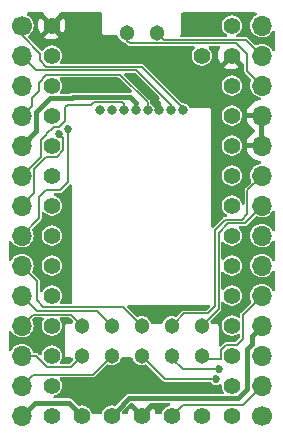
<source format=gtl>
G04 #@! TF.GenerationSoftware,KiCad,Pcbnew,(6.0.5)*
G04 #@! TF.CreationDate,2022-09-25T21:33:27+09:00*
G04 #@! TF.ProjectId,teensy4_header_breakout,7465656e-7379-4345-9f68-65616465725f,rev?*
G04 #@! TF.SameCoordinates,Original*
G04 #@! TF.FileFunction,Copper,L1,Top*
G04 #@! TF.FilePolarity,Positive*
%FSLAX46Y46*%
G04 Gerber Fmt 4.6, Leading zero omitted, Abs format (unit mm)*
G04 Created by KiCad (PCBNEW (6.0.5)) date 2022-09-25 21:33:27*
%MOMM*%
%LPD*%
G01*
G04 APERTURE LIST*
G04 #@! TA.AperFunction,ComponentPad*
%ADD10C,1.700000*%
G04 #@! TD*
G04 #@! TA.AperFunction,ComponentPad*
%ADD11O,1.700000X1.700000*%
G04 #@! TD*
G04 #@! TA.AperFunction,ComponentPad*
%ADD12C,1.404000*%
G04 #@! TD*
G04 #@! TA.AperFunction,ComponentPad*
%ADD13C,1.304000*%
G04 #@! TD*
G04 #@! TA.AperFunction,ComponentPad*
%ADD14C,0.804000*%
G04 #@! TD*
G04 #@! TA.AperFunction,ViaPad*
%ADD15C,0.685800*%
G04 #@! TD*
G04 #@! TA.AperFunction,Conductor*
%ADD16C,0.152400*%
G04 #@! TD*
G04 #@! TA.AperFunction,Conductor*
%ADD17C,0.457200*%
G04 #@! TD*
G04 #@! TA.AperFunction,Conductor*
%ADD18C,0.304800*%
G04 #@! TD*
G04 APERTURE END LIST*
D10*
X170180000Y-114300000D03*
D11*
X170180000Y-111760000D03*
X170180000Y-109220000D03*
X170180000Y-106680000D03*
X170180000Y-104140000D03*
X170180000Y-101600000D03*
X170180000Y-99060000D03*
X170180000Y-96520000D03*
X170180000Y-93980000D03*
X170180000Y-91440000D03*
X170180000Y-88900000D03*
X170180000Y-86360000D03*
X170180000Y-83820000D03*
X170180000Y-81280000D03*
D10*
X149860000Y-81280000D03*
D11*
X149860000Y-83820000D03*
X149860000Y-86360000D03*
X149860000Y-88900000D03*
X149860000Y-91440000D03*
X149860000Y-93980000D03*
X149860000Y-96520000D03*
X149860000Y-99060000D03*
X149860000Y-101600000D03*
X149860000Y-104140000D03*
X149860000Y-106680000D03*
X149860000Y-109220000D03*
X149860000Y-111760000D03*
X149860000Y-114300000D03*
D12*
X152400000Y-81280000D03*
X152400000Y-83820000D03*
X152400000Y-86360000D03*
X152400000Y-88900000D03*
X152400000Y-91440000D03*
X152400000Y-93980000D03*
X152400000Y-96520000D03*
X152400000Y-99060000D03*
X152400000Y-101600000D03*
X152400000Y-104140000D03*
X152400000Y-106680000D03*
X152400000Y-109220000D03*
X152400000Y-111760000D03*
X152400000Y-114300000D03*
X154940000Y-114300000D03*
X157480000Y-114300000D03*
X160020000Y-114300000D03*
X162560000Y-114300000D03*
X165100000Y-114300000D03*
X167640000Y-114300000D03*
X167640000Y-111760000D03*
X167640000Y-109220000D03*
X167640000Y-106680000D03*
X167640000Y-104140000D03*
X167640000Y-101600000D03*
X167640000Y-99060000D03*
X167640000Y-96520000D03*
X167640000Y-93980000D03*
X167640000Y-91440000D03*
X167640000Y-88900000D03*
X167640000Y-86360000D03*
X167640000Y-83820000D03*
X167640000Y-81280000D03*
X165100000Y-83820000D03*
D13*
X165100000Y-109220000D03*
X165100000Y-106680000D03*
X162560000Y-109220000D03*
X162560000Y-106680000D03*
X160020000Y-109220000D03*
X160020000Y-106680000D03*
X157480000Y-109220000D03*
X157480000Y-106680000D03*
X154940000Y-109220000D03*
X154940000Y-106680000D03*
D14*
X163520000Y-88418400D03*
X162520000Y-88418400D03*
X161520000Y-88418400D03*
X160520000Y-88418400D03*
X159520000Y-88418400D03*
X158520000Y-88418400D03*
X157520000Y-88418400D03*
X156520000Y-88418400D03*
D13*
X161290000Y-81915000D03*
X158750000Y-81915000D03*
D15*
X153047383Y-90432813D03*
X153784690Y-90025336D03*
X166316146Y-111220054D03*
X166522400Y-110388400D03*
X166497000Y-95250000D03*
X164211000Y-81026000D03*
X154559000Y-112141000D03*
X165735000Y-86360000D03*
X166497000Y-90170000D03*
X154940000Y-81534000D03*
X162560000Y-83820000D03*
X150876000Y-107823000D03*
X165862000Y-81153000D03*
X167208200Y-102870000D03*
X161290000Y-105664000D03*
X153035000Y-107823000D03*
X157480000Y-112141000D03*
X153543000Y-100330000D03*
X155956000Y-86233000D03*
X162560000Y-112014000D03*
X153416000Y-97917000D03*
X166497000Y-92710000D03*
X155067000Y-83439000D03*
X165100000Y-112014000D03*
X160020000Y-112014000D03*
X160528000Y-86868000D03*
X153416000Y-102870000D03*
X167233600Y-100380800D03*
X157734000Y-86233000D03*
X154051000Y-86233000D03*
X163449000Y-85725000D03*
X158750000Y-110617000D03*
X159893000Y-83693000D03*
X167208200Y-105435400D03*
X157226000Y-83312000D03*
X159385000Y-85725000D03*
D16*
X150790601Y-113369399D02*
X154009399Y-113369399D01*
D17*
X153856999Y-113216999D02*
X154533990Y-113893990D01*
D16*
X154009399Y-113369399D02*
X154686390Y-114046390D01*
X149860000Y-114300000D02*
X150790601Y-113369399D01*
D17*
X150943001Y-113216999D02*
X153856999Y-113216999D01*
X149860000Y-114300000D02*
X150943001Y-113216999D01*
D16*
X154009399Y-110150601D02*
X154686390Y-109473610D01*
X151992682Y-110150601D02*
X154009399Y-110150601D01*
X149860000Y-109220000D02*
X151062081Y-109220000D01*
X151062081Y-109220000D02*
X151992682Y-110150601D01*
X155870601Y-110829399D02*
X157226390Y-109473610D01*
X150790601Y-110829399D02*
X155870601Y-110829399D01*
X149860000Y-111760000D02*
X150790601Y-110829399D01*
X149860000Y-106680000D02*
X150790601Y-105749399D01*
X150790601Y-105749399D02*
X154009399Y-105749399D01*
X154009399Y-105749399D02*
X154686390Y-106426390D01*
X156244588Y-105444588D02*
X157226390Y-106426390D01*
X151164588Y-105444588D02*
X156244588Y-105444588D01*
X149860000Y-104140000D02*
X151164588Y-105444588D01*
X151155400Y-102895400D02*
X151155400Y-104546400D01*
X158410601Y-105070601D02*
X159766390Y-106426390D01*
X151155400Y-104546400D02*
X151679601Y-105070601D01*
X149860000Y-101600000D02*
X151155400Y-102895400D01*
X151679601Y-105070601D02*
X158410601Y-105070601D01*
X151953311Y-84750601D02*
X160010801Y-84750601D01*
X160010801Y-84750601D02*
X163398590Y-88138390D01*
X149860000Y-82092800D02*
X151422100Y-83654900D01*
X149860000Y-81280000D02*
X149860000Y-82092800D01*
X151422100Y-83654900D02*
X151422100Y-84219390D01*
X163398590Y-88138390D02*
X163520000Y-88138390D01*
X151422100Y-84219390D02*
X151953311Y-84750601D01*
X162520000Y-88021800D02*
X162520000Y-88138390D01*
X159562800Y-85064600D02*
X162520000Y-88021800D01*
X151104600Y-85064600D02*
X159562800Y-85064600D01*
X149860000Y-83820000D02*
X151104600Y-85064600D01*
X151282400Y-86805609D02*
X151282400Y-86100310D01*
X150709999Y-87378010D02*
X151282400Y-86805609D01*
X160520000Y-87774400D02*
X160520000Y-88138390D01*
X151953311Y-85429399D02*
X158174999Y-85429399D01*
X158174999Y-85429399D02*
X160520000Y-87774400D01*
X149860000Y-88900000D02*
X150709999Y-88050001D01*
X150709999Y-88050001D02*
X150709999Y-87378010D01*
X151282400Y-86100310D02*
X151953311Y-85429399D01*
D17*
X154198011Y-87330589D02*
X158998611Y-87330589D01*
D18*
X159520000Y-87851978D02*
X159520000Y-88087590D01*
D17*
X149860000Y-91440000D02*
X151091001Y-90208999D01*
X154085599Y-87443001D02*
X154198011Y-87330589D01*
X151091001Y-90208999D02*
X151091001Y-88606157D01*
X151091001Y-88606157D02*
X152254157Y-87443001D01*
X158998611Y-87330589D02*
X159520000Y-87851978D01*
X152254157Y-87443001D02*
X154085599Y-87443001D01*
D16*
X153517600Y-88214200D02*
X153746191Y-87985609D01*
X153785417Y-87960209D02*
X153810817Y-87985609D01*
X153746191Y-87985609D02*
X153810817Y-87985609D01*
X149860000Y-93980000D02*
X151469399Y-92370601D01*
X151469399Y-90993311D02*
X151953311Y-90509399D01*
X153517600Y-89357200D02*
X153517600Y-88214200D01*
X151469399Y-92370601D02*
X151469399Y-90993311D01*
X151953311Y-90464289D02*
X152552400Y-89865200D01*
X153810817Y-87985609D02*
X155764383Y-87985609D01*
X158349000Y-87787800D02*
X158520000Y-87958800D01*
X152769174Y-89865200D02*
X152773062Y-89861312D01*
X155962192Y-87787800D02*
X158349000Y-87787800D01*
X151953311Y-90509399D02*
X151953311Y-90464289D01*
X158520000Y-87958800D02*
X158520000Y-88138390D01*
X152552400Y-89865200D02*
X152769174Y-89865200D01*
X153013488Y-89861312D02*
X153517600Y-89357200D01*
X155764383Y-87985609D02*
X155962192Y-87787800D01*
X152773062Y-89861312D02*
X153013488Y-89861312D01*
X152846689Y-92370601D02*
X153390282Y-91827008D01*
X150938601Y-93385311D02*
X151953311Y-92370601D01*
X151953311Y-92370601D02*
X152846689Y-92370601D01*
X149860000Y-96520000D02*
X150938601Y-95441399D01*
X153390282Y-90775712D02*
X153047383Y-90432813D01*
X150938601Y-95441399D02*
X150938601Y-93385311D01*
X153390282Y-91827008D02*
X153390282Y-90775712D01*
X149860000Y-99060000D02*
X151307800Y-97612200D01*
X151307800Y-97612200D02*
X151307800Y-95808800D01*
X151892000Y-95224600D02*
X153111200Y-95224600D01*
X153111200Y-95224600D02*
X153784690Y-94551110D01*
X153784690Y-90510269D02*
X153784690Y-90025336D01*
X153784690Y-94551110D02*
X153784690Y-90510269D01*
X151307800Y-95808800D02*
X151892000Y-95224600D01*
X161865790Y-82490790D02*
X161543610Y-82168610D01*
X170180000Y-83820000D02*
X168850790Y-82490790D01*
X168850790Y-82490790D02*
X161865790Y-82490790D01*
X168910000Y-85090000D02*
X168910000Y-83712710D01*
X170180000Y-86360000D02*
X168910000Y-85090000D01*
X158750000Y-82550000D02*
X158750000Y-82168610D01*
X167992891Y-82795601D02*
X158995601Y-82795601D01*
X158995601Y-82795601D02*
X158750000Y-82550000D01*
X168910000Y-83712710D02*
X167992891Y-82795601D01*
X170180000Y-96596200D02*
X168757600Y-98018600D01*
X166522400Y-98800310D02*
X166522400Y-105257600D01*
X166522400Y-105257600D02*
X165353610Y-106426390D01*
X167304110Y-98018600D02*
X166522400Y-98800310D01*
X168757600Y-98018600D02*
X167304110Y-98018600D01*
X170180000Y-96520000D02*
X170180000Y-96596200D01*
X166217600Y-98552000D02*
X166217600Y-105054400D01*
X168960800Y-97231200D02*
X168478200Y-97713800D01*
X168960800Y-95199200D02*
X168960800Y-97231200D01*
X168478200Y-97713800D02*
X167055800Y-97713800D01*
X167055800Y-97713800D02*
X166217600Y-98552000D01*
X165633400Y-105638600D02*
X163601400Y-105638600D01*
X166217600Y-105054400D02*
X165633400Y-105638600D01*
X163601400Y-105638600D02*
X162813610Y-106426390D01*
X170180000Y-93980000D02*
X168960800Y-95199200D01*
X160273610Y-109473610D02*
X162020054Y-111220054D01*
X162020054Y-111220054D02*
X165831213Y-111220054D01*
X165831213Y-111220054D02*
X166316146Y-111220054D01*
X163474790Y-110388400D02*
X166037467Y-110388400D01*
X162560000Y-109473610D02*
X163474790Y-110388400D01*
X166037467Y-110388400D02*
X166522400Y-110388400D01*
X166707592Y-109473610D02*
X165353610Y-109473610D01*
X168570601Y-105749399D02*
X168570601Y-107805487D01*
X170180000Y-104140000D02*
X168570601Y-105749399D01*
X168570601Y-107805487D02*
X168086689Y-108289399D01*
X167193311Y-108289399D02*
X166709399Y-108773311D01*
X166709399Y-109471803D02*
X166707592Y-109473610D01*
X166709399Y-108773311D02*
X166709399Y-109471803D01*
X168086689Y-108289399D02*
X167193311Y-108289399D01*
X163490601Y-113369399D02*
X162813610Y-114046390D01*
X168570601Y-113369399D02*
X163490601Y-113369399D01*
X170180000Y-111760000D02*
X168570601Y-113369399D01*
D17*
X169330001Y-108248117D02*
X168948999Y-108629119D01*
X169330001Y-107529999D02*
X169330001Y-108248117D01*
X168948999Y-112053843D02*
X168159841Y-112843001D01*
X168948999Y-108629119D02*
X168948999Y-112053843D01*
X170180000Y-106680000D02*
X169330001Y-107529999D01*
X158936999Y-112843001D02*
X157886010Y-113893990D01*
X168159841Y-112843001D02*
X158936999Y-112843001D01*
D18*
X161518600Y-87858600D02*
X161518600Y-88087590D01*
X160528000Y-86868000D02*
X161518600Y-87858600D01*
X149860000Y-86360000D02*
X149910800Y-86360000D01*
G04 #@! TA.AperFunction,Conductor*
G36*
X159321141Y-113244503D02*
G01*
X159369372Y-113302145D01*
X159386396Y-113343107D01*
X159975294Y-113932005D01*
X160009320Y-113994317D01*
X160004255Y-114065132D01*
X159961708Y-114121968D01*
X159895188Y-114146779D01*
X159886199Y-114147100D01*
X159596001Y-114147100D01*
X159527880Y-114127098D01*
X159506906Y-114110195D01*
X159064841Y-113668130D01*
X159052001Y-113661119D01*
X159043288Y-113667473D01*
X159040962Y-113671056D01*
X158947140Y-113849383D01*
X158942739Y-113860007D01*
X158881274Y-114057956D01*
X158878750Y-114057172D01*
X158850348Y-114109774D01*
X158788197Y-114144093D01*
X158760833Y-114147100D01*
X158476613Y-114147100D01*
X158408492Y-114127098D01*
X158361999Y-114073442D01*
X158351895Y-114003168D01*
X158381389Y-113938588D01*
X158387518Y-113932004D01*
X158701022Y-113618501D01*
X159058118Y-113261405D01*
X159120430Y-113227380D01*
X159147213Y-113224501D01*
X159253020Y-113224501D01*
X159321141Y-113244503D01*
G37*
G04 #@! TD.AperFunction*
G04 #@! TA.AperFunction,Conductor*
G36*
X159199796Y-109392902D02*
G01*
X159246289Y-109446558D01*
X159251233Y-109459128D01*
X159284707Y-109559753D01*
X159288354Y-109565775D01*
X159288355Y-109565777D01*
X159374327Y-109707733D01*
X159378251Y-109714213D01*
X159503691Y-109844110D01*
X159509583Y-109847965D01*
X159509587Y-109847969D01*
X159645577Y-109936958D01*
X159654792Y-109942988D01*
X159661396Y-109945444D01*
X159661398Y-109945445D01*
X159705983Y-109962026D01*
X159824045Y-110005933D01*
X160003037Y-110029815D01*
X160010049Y-110029177D01*
X160010053Y-110029177D01*
X160175851Y-110014088D01*
X160182872Y-110013449D01*
X160189574Y-110011271D01*
X160189576Y-110011271D01*
X160340834Y-109962124D01*
X160411801Y-109960096D01*
X160468865Y-109992862D01*
X161851479Y-111375476D01*
X161856020Y-111380260D01*
X161882384Y-111409540D01*
X161901342Y-111417981D01*
X161918711Y-111427412D01*
X161936118Y-111438716D01*
X161949200Y-111440788D01*
X161954115Y-111442674D01*
X161959260Y-111443768D01*
X161971357Y-111449154D01*
X161992107Y-111449154D01*
X162011816Y-111450705D01*
X162019235Y-111451880D01*
X162019236Y-111451880D01*
X162032313Y-111453951D01*
X162045102Y-111450524D01*
X162058330Y-111449831D01*
X162058353Y-111450267D01*
X162066805Y-111449154D01*
X165802290Y-111449154D01*
X165870411Y-111469156D01*
X165898741Y-111494079D01*
X165976503Y-111586588D01*
X165976506Y-111586590D01*
X165982281Y-111593461D01*
X165989752Y-111598434D01*
X165989753Y-111598435D01*
X166093031Y-111667183D01*
X166093033Y-111667184D01*
X166100504Y-111672157D01*
X166109068Y-111674833D01*
X166109071Y-111674834D01*
X166227495Y-111711833D01*
X166227499Y-111711834D01*
X166236062Y-111714509D01*
X166304599Y-111715765D01*
X166369082Y-111716947D01*
X166369085Y-111716947D01*
X166378058Y-111717111D01*
X166420284Y-111705599D01*
X166506415Y-111682117D01*
X166506418Y-111682116D01*
X166515077Y-111679755D01*
X166589736Y-111633915D01*
X166658252Y-111615317D01*
X166725947Y-111636714D01*
X166771328Y-111691314D01*
X166779808Y-111746829D01*
X166781081Y-111746829D01*
X166781081Y-111753435D01*
X166780391Y-111760000D01*
X166799176Y-111938723D01*
X166854708Y-112109634D01*
X166858011Y-112115356D01*
X166858012Y-112115357D01*
X166932136Y-112243742D01*
X166943096Y-112262726D01*
X166944562Y-112265265D01*
X166944098Y-112265533D01*
X166966495Y-112328311D01*
X166950413Y-112397462D01*
X166899497Y-112446941D01*
X166840700Y-112461501D01*
X158991139Y-112461501D01*
X158966823Y-112458914D01*
X158965400Y-112458847D01*
X158955219Y-112456655D01*
X158921680Y-112460625D01*
X158921651Y-112460628D01*
X158915677Y-112460980D01*
X158915685Y-112461073D01*
X158910507Y-112461501D01*
X158905307Y-112461501D01*
X158900178Y-112462355D01*
X158900175Y-112462355D01*
X158886164Y-112464687D01*
X158880285Y-112465524D01*
X158839432Y-112470359D01*
X158839431Y-112470359D01*
X158829092Y-112471583D01*
X158820793Y-112475568D01*
X158811716Y-112477079D01*
X158766348Y-112501559D01*
X158761085Y-112504240D01*
X158721749Y-112523128D01*
X158721745Y-112523131D01*
X158714601Y-112526561D01*
X158710307Y-112530171D01*
X158708375Y-112532103D01*
X158706426Y-112533890D01*
X158706373Y-112533919D01*
X158706254Y-112533789D01*
X158705686Y-112534290D01*
X158699942Y-112537389D01*
X158692875Y-112545034D01*
X158663145Y-112577196D01*
X158659715Y-112580762D01*
X157804219Y-113436258D01*
X157741907Y-113470284D01*
X157688929Y-113470410D01*
X157624654Y-113456748D01*
X157576311Y-113446472D01*
X157576307Y-113446472D01*
X157569854Y-113445100D01*
X157390146Y-113445100D01*
X157383693Y-113446472D01*
X157383689Y-113446472D01*
X157317186Y-113460608D01*
X157214366Y-113482463D01*
X157208337Y-113485147D01*
X157208335Y-113485148D01*
X157056226Y-113552872D01*
X157056224Y-113552873D01*
X157050196Y-113555557D01*
X157044855Y-113559437D01*
X157044854Y-113559438D01*
X156910153Y-113657303D01*
X156910151Y-113657305D01*
X156904809Y-113661186D01*
X156784562Y-113794735D01*
X156781260Y-113800454D01*
X156781258Y-113800457D01*
X156714564Y-113915975D01*
X156694708Y-113950366D01*
X156692668Y-113956646D01*
X156692666Y-113956651D01*
X156659074Y-114060036D01*
X156619001Y-114118642D01*
X156553604Y-114146279D01*
X156539241Y-114147100D01*
X155880759Y-114147100D01*
X155812638Y-114127098D01*
X155766145Y-114073442D01*
X155760926Y-114060036D01*
X155727334Y-113956651D01*
X155727332Y-113956646D01*
X155725292Y-113950366D01*
X155705436Y-113915975D01*
X155638742Y-113800457D01*
X155638740Y-113800454D01*
X155635438Y-113794735D01*
X155515191Y-113661186D01*
X155479706Y-113635404D01*
X155375147Y-113559438D01*
X155375146Y-113559437D01*
X155369805Y-113555557D01*
X155363777Y-113552873D01*
X155363775Y-113552872D01*
X155211665Y-113485148D01*
X155211663Y-113485147D01*
X155205634Y-113482463D01*
X155102814Y-113460608D01*
X155036311Y-113446472D01*
X155036307Y-113446472D01*
X155029854Y-113445100D01*
X154850146Y-113445100D01*
X154843693Y-113446472D01*
X154843689Y-113446472D01*
X154795346Y-113456748D01*
X154731072Y-113470410D01*
X154660282Y-113465008D01*
X154615781Y-113436258D01*
X154165043Y-112985520D01*
X154149684Y-112966504D01*
X154148718Y-112965443D01*
X154143070Y-112956695D01*
X154116527Y-112935770D01*
X154112052Y-112931793D01*
X154111991Y-112931864D01*
X154108034Y-112928511D01*
X154104351Y-112924828D01*
X154096245Y-112919035D01*
X154088563Y-112913546D01*
X154083814Y-112909981D01*
X154051506Y-112884511D01*
X154051505Y-112884510D01*
X154043329Y-112878065D01*
X154034642Y-112875014D01*
X154027156Y-112869665D01*
X154017180Y-112866682D01*
X154017179Y-112866681D01*
X153985797Y-112857296D01*
X153977785Y-112854900D01*
X153972156Y-112853071D01*
X153923497Y-112835983D01*
X153917908Y-112835499D01*
X153915197Y-112835499D01*
X153912530Y-112835384D01*
X153912467Y-112835365D01*
X153912474Y-112835191D01*
X153911728Y-112835144D01*
X153905475Y-112833274D01*
X153859745Y-112835071D01*
X153851321Y-112835402D01*
X153846374Y-112835499D01*
X152650830Y-112835499D01*
X152582709Y-112815497D01*
X152536216Y-112761841D01*
X152526112Y-112691567D01*
X152555606Y-112626987D01*
X152615332Y-112588603D01*
X152624633Y-112586252D01*
X152625582Y-112586050D01*
X152665634Y-112577537D01*
X152747677Y-112541009D01*
X152823775Y-112507128D01*
X152823777Y-112507127D01*
X152829805Y-112504443D01*
X152849979Y-112489786D01*
X152969847Y-112402697D01*
X152969849Y-112402695D01*
X152975191Y-112398814D01*
X153095438Y-112265265D01*
X153107865Y-112243742D01*
X153181988Y-112115357D01*
X153181989Y-112115356D01*
X153185292Y-112109634D01*
X153240824Y-111938723D01*
X153259609Y-111760000D01*
X153250681Y-111675057D01*
X153241514Y-111587841D01*
X153241514Y-111587840D01*
X153240824Y-111581277D01*
X153185292Y-111410366D01*
X153181988Y-111404643D01*
X153098742Y-111260457D01*
X153098740Y-111260454D01*
X153096692Y-111256906D01*
X153095438Y-111254735D01*
X153095902Y-111254467D01*
X153073505Y-111191689D01*
X153089587Y-111122538D01*
X153140503Y-111073059D01*
X153199300Y-111058499D01*
X155861319Y-111058499D01*
X155867913Y-111058672D01*
X155894014Y-111060040D01*
X155894015Y-111060040D01*
X155907240Y-111060733D01*
X155926615Y-111053296D01*
X155945563Y-111047684D01*
X155952912Y-111046122D01*
X155952913Y-111046121D01*
X155965866Y-111043368D01*
X155976577Y-111035586D01*
X155981385Y-111033445D01*
X155985802Y-111030576D01*
X155998165Y-111025831D01*
X156012836Y-111011160D01*
X156027870Y-110998319D01*
X156033947Y-110993904D01*
X156033947Y-110993903D01*
X156044659Y-110986121D01*
X156051279Y-110974654D01*
X156060142Y-110964811D01*
X156060467Y-110965103D01*
X156065657Y-110958339D01*
X157032968Y-109991028D01*
X157095280Y-109957002D01*
X157165983Y-109962026D01*
X157284045Y-110005933D01*
X157463037Y-110029815D01*
X157470049Y-110029177D01*
X157470053Y-110029177D01*
X157635851Y-110014088D01*
X157642872Y-110013449D01*
X157649574Y-110011271D01*
X157649576Y-110011271D01*
X157807913Y-109959824D01*
X157807916Y-109959823D01*
X157814612Y-109957647D01*
X157820663Y-109954040D01*
X157963669Y-109868792D01*
X157963671Y-109868791D01*
X157969721Y-109865184D01*
X158100491Y-109740653D01*
X158107454Y-109730174D01*
X158162898Y-109646722D01*
X158200421Y-109590246D01*
X158252117Y-109454156D01*
X158295006Y-109397578D01*
X158361674Y-109373169D01*
X158369905Y-109372900D01*
X159131675Y-109372900D01*
X159199796Y-109392902D01*
G37*
G04 #@! TD.AperFunction*
G04 #@! TA.AperFunction,Conductor*
G36*
X162377291Y-113244503D02*
G01*
X162423784Y-113298159D01*
X162433888Y-113368433D01*
X162404394Y-113433013D01*
X162344668Y-113471397D01*
X162335367Y-113473748D01*
X162294366Y-113482463D01*
X162288337Y-113485147D01*
X162288335Y-113485148D01*
X162136226Y-113552872D01*
X162136224Y-113552873D01*
X162130196Y-113555557D01*
X162124855Y-113559437D01*
X162124854Y-113559438D01*
X161990153Y-113657303D01*
X161990151Y-113657305D01*
X161984809Y-113661186D01*
X161864562Y-113794735D01*
X161861260Y-113800454D01*
X161861258Y-113800457D01*
X161794564Y-113915975D01*
X161774708Y-113950366D01*
X161772668Y-113956646D01*
X161772666Y-113956651D01*
X161739074Y-114060036D01*
X161699001Y-114118642D01*
X161633604Y-114146279D01*
X161619241Y-114147100D01*
X161276762Y-114147100D01*
X161208641Y-114127098D01*
X161162148Y-114073442D01*
X161155493Y-114055301D01*
X161108412Y-113888364D01*
X161104287Y-113877617D01*
X161015169Y-113696903D01*
X161009161Y-113687099D01*
X160997355Y-113671290D01*
X160986095Y-113662840D01*
X160973678Y-113669611D01*
X160533094Y-114110195D01*
X160470782Y-114144221D01*
X160443999Y-114147100D01*
X160153801Y-114147100D01*
X160085680Y-114127098D01*
X160039187Y-114073442D01*
X160029083Y-114003168D01*
X160058577Y-113938588D01*
X160064706Y-113932005D01*
X160649427Y-113347284D01*
X160669606Y-113310330D01*
X160674004Y-113290114D01*
X160724207Y-113239913D01*
X160784591Y-113224501D01*
X162309170Y-113224501D01*
X162377291Y-113244503D01*
G37*
G04 #@! TD.AperFunction*
G04 #@! TA.AperFunction,Conductor*
G36*
X151668821Y-105998501D02*
G01*
X151715314Y-106052157D01*
X151725418Y-106122431D01*
X151704260Y-106174561D01*
X151704562Y-106174735D01*
X151703308Y-106176906D01*
X151703307Y-106176909D01*
X151701260Y-106180454D01*
X151701258Y-106180457D01*
X151620780Y-106319849D01*
X151614708Y-106330366D01*
X151612666Y-106336651D01*
X151562991Y-106489537D01*
X151559176Y-106501277D01*
X151558486Y-106507840D01*
X151558486Y-106507841D01*
X151556503Y-106526704D01*
X151540391Y-106680000D01*
X151541081Y-106686565D01*
X151544251Y-106716720D01*
X151559176Y-106858723D01*
X151561216Y-106865001D01*
X151561216Y-106865002D01*
X151571661Y-106897147D01*
X151614708Y-107029634D01*
X151618011Y-107035356D01*
X151618012Y-107035357D01*
X151692136Y-107163742D01*
X151704562Y-107185265D01*
X151824809Y-107318814D01*
X151830151Y-107322695D01*
X151830153Y-107322697D01*
X151950021Y-107409786D01*
X151970195Y-107424443D01*
X151976223Y-107427127D01*
X151976225Y-107427128D01*
X152082249Y-107474333D01*
X152134366Y-107497537D01*
X152195461Y-107510523D01*
X152303689Y-107533528D01*
X152303693Y-107533528D01*
X152310146Y-107534900D01*
X152489854Y-107534900D01*
X152496307Y-107533528D01*
X152496311Y-107533528D01*
X152604539Y-107510523D01*
X152665634Y-107497537D01*
X152717751Y-107474333D01*
X152823775Y-107427128D01*
X152823777Y-107427127D01*
X152829805Y-107424443D01*
X152849979Y-107409786D01*
X152969847Y-107322697D01*
X152969849Y-107322695D01*
X152975191Y-107318814D01*
X153095438Y-107185265D01*
X153107865Y-107163742D01*
X153181988Y-107035357D01*
X153181989Y-107035356D01*
X153185292Y-107029634D01*
X153228339Y-106897147D01*
X153238784Y-106865002D01*
X153238784Y-106865001D01*
X153240824Y-106858723D01*
X153255750Y-106716720D01*
X153258919Y-106686565D01*
X153259609Y-106680000D01*
X153243497Y-106526704D01*
X153241514Y-106507841D01*
X153241514Y-106507840D01*
X153240824Y-106501277D01*
X153237010Y-106489537D01*
X153187334Y-106336651D01*
X153185292Y-106330366D01*
X153179220Y-106319849D01*
X153098742Y-106180457D01*
X153098740Y-106180454D01*
X153096692Y-106176906D01*
X153095438Y-106174735D01*
X153095902Y-106174467D01*
X153073505Y-106111689D01*
X153089587Y-106042538D01*
X153140503Y-105993059D01*
X153199300Y-105978499D01*
X153862313Y-105978499D01*
X153930434Y-105998501D01*
X153951408Y-106015404D01*
X154168760Y-106232756D01*
X154202786Y-106295068D01*
X154198066Y-106364946D01*
X154169221Y-106444195D01*
X154127126Y-106501367D01*
X154060804Y-106526704D01*
X154050820Y-106527100D01*
X153706720Y-106527100D01*
X153698356Y-106525999D01*
X153686022Y-106525999D01*
X153670000Y-106521706D01*
X153653978Y-106525999D01*
X153649869Y-106527100D01*
X153606874Y-106538620D01*
X153606873Y-106538620D01*
X153590853Y-106542913D01*
X153532913Y-106600853D01*
X153511706Y-106680000D01*
X153515999Y-106696022D01*
X153515999Y-106708356D01*
X153517100Y-106716720D01*
X153517100Y-109183280D01*
X153515999Y-109191644D01*
X153515999Y-109203978D01*
X153511706Y-109220000D01*
X153517100Y-109240131D01*
X153532913Y-109299147D01*
X153590853Y-109357087D01*
X153606873Y-109361380D01*
X153606874Y-109361380D01*
X153653978Y-109374001D01*
X153670000Y-109378294D01*
X153686022Y-109374001D01*
X153698356Y-109374001D01*
X153706720Y-109372900D01*
X154051675Y-109372900D01*
X154119796Y-109392902D01*
X154166289Y-109446558D01*
X154171233Y-109459128D01*
X154198002Y-109539597D01*
X154200525Y-109610548D01*
X154167539Y-109668464D01*
X153951407Y-109884596D01*
X153889095Y-109918622D01*
X153862312Y-109921501D01*
X153199300Y-109921501D01*
X153131179Y-109901499D01*
X153084686Y-109847843D01*
X153074582Y-109777569D01*
X153095740Y-109725439D01*
X153095438Y-109725265D01*
X153096692Y-109723094D01*
X153096693Y-109723091D01*
X153098896Y-109719277D01*
X153181988Y-109575357D01*
X153181989Y-109575356D01*
X153185292Y-109569634D01*
X153240824Y-109398723D01*
X153243423Y-109374001D01*
X153258919Y-109226565D01*
X153259609Y-109220000D01*
X153256629Y-109191644D01*
X153241514Y-109047841D01*
X153241514Y-109047840D01*
X153240824Y-109041277D01*
X153227848Y-109001339D01*
X153187334Y-108876651D01*
X153185292Y-108870366D01*
X153165436Y-108835975D01*
X153098742Y-108720457D01*
X153098740Y-108720454D01*
X153095438Y-108714735D01*
X152975191Y-108581186D01*
X152964822Y-108573652D01*
X152835147Y-108479438D01*
X152835146Y-108479437D01*
X152829805Y-108475557D01*
X152823777Y-108472873D01*
X152823775Y-108472872D01*
X152671665Y-108405148D01*
X152671663Y-108405147D01*
X152665634Y-108402463D01*
X152577744Y-108383782D01*
X152496311Y-108366472D01*
X152496307Y-108366472D01*
X152489854Y-108365100D01*
X152310146Y-108365100D01*
X152303693Y-108366472D01*
X152303689Y-108366472D01*
X152222256Y-108383782D01*
X152134366Y-108402463D01*
X152128337Y-108405147D01*
X152128335Y-108405148D01*
X151976226Y-108472872D01*
X151976224Y-108472873D01*
X151970196Y-108475557D01*
X151964855Y-108479437D01*
X151964854Y-108479438D01*
X151830153Y-108577303D01*
X151830151Y-108577305D01*
X151824809Y-108581186D01*
X151704562Y-108714735D01*
X151701260Y-108720454D01*
X151701258Y-108720457D01*
X151634564Y-108835975D01*
X151614708Y-108870366D01*
X151612666Y-108876651D01*
X151572153Y-109001339D01*
X151559176Y-109041277D01*
X151558486Y-109047841D01*
X151558486Y-109047842D01*
X151553328Y-109096919D01*
X151526315Y-109162576D01*
X151468094Y-109203206D01*
X151397149Y-109205909D01*
X151338923Y-109172844D01*
X151230647Y-109064568D01*
X151226106Y-109059784D01*
X151208612Y-109040355D01*
X151199751Y-109030514D01*
X151180795Y-109022074D01*
X151163423Y-109012642D01*
X151157124Y-109008551D01*
X151157122Y-109008550D01*
X151146017Y-109001339D01*
X151132938Y-108999268D01*
X151128023Y-108997381D01*
X151122877Y-108996287D01*
X151110778Y-108990900D01*
X151090028Y-108990900D01*
X151070317Y-108989349D01*
X151062900Y-108988174D01*
X151062899Y-108988174D01*
X151049823Y-108986103D01*
X151037034Y-108989530D01*
X151023806Y-108990223D01*
X151023783Y-108989787D01*
X151015331Y-108990900D01*
X150932064Y-108990900D01*
X150863943Y-108970898D01*
X150817450Y-108917242D01*
X150811442Y-108901318D01*
X150793495Y-108841874D01*
X150791714Y-108835975D01*
X150727250Y-108714735D01*
X150702273Y-108667760D01*
X150702271Y-108667757D01*
X150699379Y-108662318D01*
X150695489Y-108657548D01*
X150695486Y-108657544D01*
X150578967Y-108514678D01*
X150578964Y-108514675D01*
X150575072Y-108509903D01*
X150567173Y-108503368D01*
X150428278Y-108388464D01*
X150428274Y-108388462D01*
X150423528Y-108384535D01*
X150250520Y-108290990D01*
X150062637Y-108232830D01*
X150056519Y-108232187D01*
X150056514Y-108232186D01*
X149873164Y-108212916D01*
X149873162Y-108212916D01*
X149867035Y-108212272D01*
X149784199Y-108219810D01*
X149677305Y-108229538D01*
X149677302Y-108229539D01*
X149671166Y-108230097D01*
X149482489Y-108285628D01*
X149308192Y-108376748D01*
X149303392Y-108380608D01*
X149303391Y-108380608D01*
X149298507Y-108384535D01*
X149154912Y-108499988D01*
X149150954Y-108504705D01*
X149150952Y-108504707D01*
X149090037Y-108577303D01*
X149028489Y-108650653D01*
X148979315Y-108740101D01*
X148928970Y-108790159D01*
X148859553Y-108805053D01*
X148793104Y-108780052D01*
X148750719Y-108723096D01*
X148742900Y-108679400D01*
X148742900Y-107221336D01*
X148762902Y-107153215D01*
X148816558Y-107106722D01*
X148886832Y-107096618D01*
X148951412Y-107126112D01*
X148980966Y-107163742D01*
X149010096Y-107220423D01*
X149010101Y-107220431D01*
X149012916Y-107225908D01*
X149016739Y-107230732D01*
X149016742Y-107230736D01*
X149089630Y-107322697D01*
X149135083Y-107380044D01*
X149139777Y-107384038D01*
X149139777Y-107384039D01*
X149273137Y-107497537D01*
X149284862Y-107507516D01*
X149456547Y-107603467D01*
X149643600Y-107664244D01*
X149838895Y-107687532D01*
X149845030Y-107687060D01*
X149845032Y-107687060D01*
X150028852Y-107672916D01*
X150028856Y-107672915D01*
X150034994Y-107672443D01*
X150224428Y-107619552D01*
X150229932Y-107616772D01*
X150229934Y-107616771D01*
X150394480Y-107533653D01*
X150394482Y-107533652D01*
X150399981Y-107530874D01*
X150554966Y-107409786D01*
X150558992Y-107405122D01*
X150558995Y-107405119D01*
X150679451Y-107265569D01*
X150679452Y-107265567D01*
X150683480Y-107260901D01*
X150780628Y-107089890D01*
X150842710Y-106903266D01*
X150867360Y-106708138D01*
X150867753Y-106680000D01*
X150848561Y-106484260D01*
X150791714Y-106295975D01*
X150757832Y-106232253D01*
X150743512Y-106162720D01*
X150769060Y-106096479D01*
X150779989Y-106084007D01*
X150848592Y-106015404D01*
X150910904Y-105981378D01*
X150937687Y-105978499D01*
X151600700Y-105978499D01*
X151668821Y-105998501D01*
G37*
G04 #@! TD.AperFunction*
G04 #@! TA.AperFunction,Conductor*
G36*
X171248295Y-96961343D02*
G01*
X171289880Y-97018886D01*
X171297100Y-97060927D01*
X171297100Y-98519278D01*
X171277098Y-98587399D01*
X171223442Y-98633892D01*
X171153168Y-98643996D01*
X171088588Y-98614502D01*
X171059849Y-98578431D01*
X171022273Y-98507760D01*
X171022271Y-98507757D01*
X171019379Y-98502318D01*
X171015489Y-98497548D01*
X171015486Y-98497544D01*
X170898967Y-98354678D01*
X170898964Y-98354675D01*
X170895072Y-98349903D01*
X170869830Y-98329021D01*
X170748278Y-98228464D01*
X170748274Y-98228462D01*
X170743528Y-98224535D01*
X170570520Y-98130990D01*
X170382637Y-98072830D01*
X170376519Y-98072187D01*
X170376514Y-98072186D01*
X170193164Y-98052916D01*
X170193162Y-98052916D01*
X170187035Y-98052272D01*
X170104199Y-98059810D01*
X169997305Y-98069538D01*
X169997302Y-98069539D01*
X169991166Y-98070097D01*
X169802489Y-98125628D01*
X169628192Y-98216748D01*
X169474912Y-98339988D01*
X169470954Y-98344705D01*
X169470952Y-98344707D01*
X169448413Y-98371568D01*
X169348489Y-98490653D01*
X169253739Y-98663004D01*
X169194269Y-98850476D01*
X169172345Y-99045930D01*
X169188803Y-99241919D01*
X169243015Y-99430979D01*
X169245830Y-99436456D01*
X169245831Y-99436459D01*
X169311623Y-99564476D01*
X169332916Y-99605908D01*
X169336739Y-99610732D01*
X169336742Y-99610736D01*
X169409630Y-99702697D01*
X169455083Y-99760044D01*
X169459777Y-99764038D01*
X169459777Y-99764039D01*
X169593137Y-99877537D01*
X169604862Y-99887516D01*
X169776547Y-99983467D01*
X169963600Y-100044244D01*
X170158895Y-100067532D01*
X170165030Y-100067060D01*
X170165032Y-100067060D01*
X170348852Y-100052916D01*
X170348856Y-100052915D01*
X170354994Y-100052443D01*
X170544428Y-99999552D01*
X170549932Y-99996772D01*
X170549934Y-99996771D01*
X170714480Y-99913653D01*
X170714482Y-99913652D01*
X170719981Y-99910874D01*
X170874966Y-99789786D01*
X170878992Y-99785122D01*
X170878995Y-99785119D01*
X170999451Y-99645569D01*
X170999452Y-99645567D01*
X171003480Y-99640901D01*
X171061544Y-99538690D01*
X171112583Y-99489340D01*
X171182201Y-99475417D01*
X171248295Y-99501343D01*
X171289880Y-99558886D01*
X171297100Y-99600927D01*
X171297100Y-101059278D01*
X171277098Y-101127399D01*
X171223442Y-101173892D01*
X171153168Y-101183996D01*
X171088588Y-101154502D01*
X171059849Y-101118431D01*
X171022273Y-101047760D01*
X171022271Y-101047757D01*
X171019379Y-101042318D01*
X171015489Y-101037548D01*
X171015486Y-101037544D01*
X170898967Y-100894678D01*
X170898964Y-100894675D01*
X170895072Y-100889903D01*
X170878422Y-100876129D01*
X170748278Y-100768464D01*
X170748274Y-100768462D01*
X170743528Y-100764535D01*
X170570520Y-100670990D01*
X170382637Y-100612830D01*
X170376519Y-100612187D01*
X170376514Y-100612186D01*
X170193164Y-100592916D01*
X170193162Y-100592916D01*
X170187035Y-100592272D01*
X170104199Y-100599810D01*
X169997305Y-100609538D01*
X169997302Y-100609539D01*
X169991166Y-100610097D01*
X169802489Y-100665628D01*
X169628192Y-100756748D01*
X169474912Y-100879988D01*
X169470954Y-100884705D01*
X169470952Y-100884707D01*
X169410037Y-100957303D01*
X169348489Y-101030653D01*
X169253739Y-101203004D01*
X169251878Y-101208871D01*
X169251877Y-101208873D01*
X169249624Y-101215975D01*
X169194269Y-101390476D01*
X169172345Y-101585930D01*
X169188803Y-101781919D01*
X169243015Y-101970979D01*
X169245830Y-101976456D01*
X169245831Y-101976459D01*
X169327073Y-102134539D01*
X169332916Y-102145908D01*
X169336739Y-102150732D01*
X169336742Y-102150736D01*
X169409630Y-102242697D01*
X169455083Y-102300044D01*
X169459777Y-102304038D01*
X169459777Y-102304039D01*
X169593137Y-102417537D01*
X169604862Y-102427516D01*
X169776547Y-102523467D01*
X169963600Y-102584244D01*
X170158895Y-102607532D01*
X170165030Y-102607060D01*
X170165032Y-102607060D01*
X170348852Y-102592916D01*
X170348856Y-102592915D01*
X170354994Y-102592443D01*
X170544428Y-102539552D01*
X170549932Y-102536772D01*
X170549934Y-102536771D01*
X170714480Y-102453653D01*
X170714482Y-102453652D01*
X170719981Y-102450874D01*
X170874966Y-102329786D01*
X170878992Y-102325122D01*
X170878995Y-102325119D01*
X170999451Y-102185569D01*
X170999452Y-102185567D01*
X171003480Y-102180901D01*
X171061544Y-102078690D01*
X171112583Y-102029340D01*
X171182201Y-102015417D01*
X171248295Y-102041343D01*
X171289880Y-102098886D01*
X171297100Y-102140927D01*
X171297100Y-103599278D01*
X171277098Y-103667399D01*
X171223442Y-103713892D01*
X171153168Y-103723996D01*
X171088588Y-103694502D01*
X171059849Y-103658431D01*
X171022273Y-103587760D01*
X171022271Y-103587757D01*
X171019379Y-103582318D01*
X171015489Y-103577548D01*
X171015486Y-103577544D01*
X170898967Y-103434678D01*
X170898964Y-103434675D01*
X170895072Y-103429903D01*
X170878422Y-103416129D01*
X170748278Y-103308464D01*
X170748274Y-103308462D01*
X170743528Y-103304535D01*
X170570520Y-103210990D01*
X170382637Y-103152830D01*
X170376519Y-103152187D01*
X170376514Y-103152186D01*
X170193164Y-103132916D01*
X170193162Y-103132916D01*
X170187035Y-103132272D01*
X170104199Y-103139810D01*
X169997305Y-103149538D01*
X169997302Y-103149539D01*
X169991166Y-103150097D01*
X169802489Y-103205628D01*
X169628192Y-103296748D01*
X169474912Y-103419988D01*
X169470954Y-103424705D01*
X169470952Y-103424707D01*
X169410037Y-103497303D01*
X169348489Y-103570653D01*
X169253739Y-103743004D01*
X169194269Y-103930476D01*
X169172345Y-104125930D01*
X169188803Y-104321919D01*
X169190502Y-104327844D01*
X169225961Y-104451503D01*
X169243015Y-104510979D01*
X169245830Y-104516456D01*
X169245831Y-104516459D01*
X169283171Y-104589115D01*
X169296518Y-104658846D01*
X169270047Y-104724723D01*
X169260199Y-104735804D01*
X168415179Y-105580824D01*
X168410395Y-105585365D01*
X168381115Y-105611729D01*
X168372675Y-105630685D01*
X168363243Y-105648057D01*
X168359152Y-105654356D01*
X168359151Y-105654358D01*
X168351940Y-105665463D01*
X168349869Y-105678542D01*
X168347982Y-105683457D01*
X168346888Y-105688603D01*
X168341501Y-105700702D01*
X168341501Y-105721452D01*
X168339950Y-105741163D01*
X168336704Y-105761657D01*
X168340131Y-105774446D01*
X168340824Y-105787674D01*
X168340388Y-105787697D01*
X168341501Y-105796149D01*
X168341501Y-105885667D01*
X168321499Y-105953788D01*
X168267843Y-106000281D01*
X168197569Y-106010385D01*
X168141440Y-105987603D01*
X168075147Y-105939438D01*
X168075146Y-105939437D01*
X168069805Y-105935557D01*
X168063777Y-105932873D01*
X168063775Y-105932872D01*
X167911665Y-105865148D01*
X167911663Y-105865147D01*
X167905634Y-105862463D01*
X167802814Y-105840608D01*
X167736311Y-105826472D01*
X167736307Y-105826472D01*
X167729854Y-105825100D01*
X167550146Y-105825100D01*
X167543693Y-105826472D01*
X167543689Y-105826472D01*
X167477186Y-105840608D01*
X167374366Y-105862463D01*
X167368337Y-105865147D01*
X167368335Y-105865148D01*
X167216226Y-105932872D01*
X167216224Y-105932873D01*
X167210196Y-105935557D01*
X167204855Y-105939437D01*
X167204854Y-105939438D01*
X167070153Y-106037303D01*
X167070151Y-106037305D01*
X167064809Y-106041186D01*
X166944562Y-106174735D01*
X166941260Y-106180454D01*
X166941258Y-106180457D01*
X166860780Y-106319849D01*
X166854708Y-106330366D01*
X166852666Y-106336651D01*
X166802991Y-106489537D01*
X166799176Y-106501277D01*
X166798486Y-106507840D01*
X166798486Y-106507841D01*
X166796503Y-106526704D01*
X166780391Y-106680000D01*
X166781081Y-106686565D01*
X166784251Y-106716720D01*
X166799176Y-106858723D01*
X166801216Y-106865001D01*
X166801216Y-106865002D01*
X166811661Y-106897147D01*
X166854708Y-107029634D01*
X166858011Y-107035356D01*
X166858012Y-107035357D01*
X166932136Y-107163742D01*
X166944562Y-107185265D01*
X167064809Y-107318814D01*
X167070151Y-107322695D01*
X167070153Y-107322697D01*
X167190021Y-107409786D01*
X167210195Y-107424443D01*
X167216223Y-107427127D01*
X167216225Y-107427128D01*
X167322249Y-107474333D01*
X167374366Y-107497537D01*
X167435461Y-107510523D01*
X167543689Y-107533528D01*
X167543693Y-107533528D01*
X167550146Y-107534900D01*
X167729854Y-107534900D01*
X167736307Y-107533528D01*
X167736311Y-107533528D01*
X167844539Y-107510523D01*
X167905634Y-107497537D01*
X167957751Y-107474333D01*
X168063775Y-107427128D01*
X168063777Y-107427127D01*
X168069805Y-107424443D01*
X168141440Y-107372397D01*
X168208308Y-107348539D01*
X168277459Y-107364619D01*
X168326939Y-107415533D01*
X168341501Y-107474333D01*
X168341501Y-107658400D01*
X168321499Y-107726521D01*
X168304596Y-107747496D01*
X168028696Y-108023395D01*
X167966384Y-108057420D01*
X167939601Y-108060299D01*
X167202593Y-108060299D01*
X167195999Y-108060126D01*
X167169898Y-108058758D01*
X167169897Y-108058758D01*
X167156672Y-108058065D01*
X167137297Y-108065502D01*
X167118349Y-108071114D01*
X167111000Y-108072676D01*
X167110999Y-108072677D01*
X167098046Y-108075430D01*
X167087335Y-108083212D01*
X167082527Y-108085353D01*
X167078110Y-108088222D01*
X167065747Y-108092967D01*
X167051076Y-108107638D01*
X167036042Y-108120479D01*
X167019253Y-108132677D01*
X167012633Y-108144144D01*
X167003770Y-108153987D01*
X167003446Y-108153695D01*
X166998256Y-108160458D01*
X166737995Y-108420718D01*
X166675683Y-108454743D01*
X166604867Y-108449678D01*
X166548032Y-108407131D01*
X166523221Y-108340610D01*
X166522900Y-108331622D01*
X166522900Y-106716720D01*
X166524001Y-106708356D01*
X166524001Y-106696022D01*
X166528294Y-106680000D01*
X166507087Y-106600853D01*
X166449147Y-106542913D01*
X166433127Y-106538620D01*
X166433126Y-106538620D01*
X166390131Y-106527100D01*
X166386022Y-106525999D01*
X166370000Y-106521706D01*
X166353978Y-106525999D01*
X166341644Y-106525999D01*
X166333280Y-106527100D01*
X165988654Y-106527100D01*
X165920533Y-106507098D01*
X165874040Y-106453442D01*
X165869663Y-106442538D01*
X165841879Y-106362753D01*
X165838365Y-106291845D01*
X165871775Y-106232222D01*
X166677822Y-105426175D01*
X166682606Y-105421634D01*
X166693291Y-105412013D01*
X166711886Y-105395270D01*
X166720327Y-105376312D01*
X166729758Y-105358943D01*
X166733850Y-105352642D01*
X166733850Y-105352641D01*
X166741062Y-105341536D01*
X166743134Y-105328454D01*
X166745020Y-105323539D01*
X166746114Y-105318394D01*
X166751500Y-105306297D01*
X166751500Y-105285547D01*
X166753051Y-105265838D01*
X166754226Y-105258419D01*
X166754226Y-105258418D01*
X166756297Y-105245341D01*
X166752870Y-105232552D01*
X166752177Y-105219324D01*
X166752613Y-105219301D01*
X166751500Y-105210849D01*
X166751500Y-104759090D01*
X166771502Y-104690969D01*
X166825158Y-104644476D01*
X166895432Y-104634372D01*
X166960012Y-104663866D01*
X166971137Y-104674780D01*
X166991656Y-104697569D01*
X167064809Y-104778814D01*
X167070151Y-104782695D01*
X167070153Y-104782697D01*
X167190021Y-104869786D01*
X167210195Y-104884443D01*
X167216223Y-104887127D01*
X167216225Y-104887128D01*
X167368335Y-104954852D01*
X167374366Y-104957537D01*
X167435461Y-104970523D01*
X167543689Y-104993528D01*
X167543693Y-104993528D01*
X167550146Y-104994900D01*
X167729854Y-104994900D01*
X167736307Y-104993528D01*
X167736311Y-104993528D01*
X167844539Y-104970523D01*
X167905634Y-104957537D01*
X167911665Y-104954852D01*
X168063775Y-104887128D01*
X168063777Y-104887127D01*
X168069805Y-104884443D01*
X168089979Y-104869786D01*
X168209847Y-104782697D01*
X168209849Y-104782695D01*
X168215191Y-104778814D01*
X168335438Y-104645265D01*
X168347865Y-104623742D01*
X168421988Y-104495357D01*
X168421989Y-104495356D01*
X168425292Y-104489634D01*
X168466351Y-104363266D01*
X168478784Y-104325002D01*
X168478784Y-104325001D01*
X168480824Y-104318723D01*
X168499609Y-104140000D01*
X168480824Y-103961277D01*
X168472805Y-103936595D01*
X168427334Y-103796651D01*
X168425292Y-103790366D01*
X168401336Y-103748873D01*
X168338742Y-103640457D01*
X168338740Y-103640454D01*
X168335438Y-103634735D01*
X168215191Y-103501186D01*
X168123651Y-103434678D01*
X168075147Y-103399438D01*
X168075146Y-103399437D01*
X168069805Y-103395557D01*
X168063777Y-103392873D01*
X168063775Y-103392872D01*
X167911665Y-103325148D01*
X167911663Y-103325147D01*
X167905634Y-103322463D01*
X167802814Y-103300608D01*
X167736311Y-103286472D01*
X167736307Y-103286472D01*
X167729854Y-103285100D01*
X167550146Y-103285100D01*
X167543693Y-103286472D01*
X167543689Y-103286472D01*
X167477186Y-103300608D01*
X167374366Y-103322463D01*
X167368337Y-103325147D01*
X167368335Y-103325148D01*
X167216226Y-103392872D01*
X167216224Y-103392873D01*
X167210196Y-103395557D01*
X167204855Y-103399437D01*
X167204854Y-103399438D01*
X167070153Y-103497303D01*
X167070151Y-103497305D01*
X167064809Y-103501186D01*
X167047050Y-103520910D01*
X166971137Y-103605220D01*
X166910691Y-103642460D01*
X166839707Y-103641108D01*
X166780722Y-103601595D01*
X166752464Y-103536464D01*
X166751500Y-103520910D01*
X166751500Y-102219090D01*
X166771502Y-102150969D01*
X166825158Y-102104476D01*
X166895432Y-102094372D01*
X166960012Y-102123866D01*
X166971137Y-102134780D01*
X167064809Y-102238814D01*
X167070151Y-102242695D01*
X167070153Y-102242697D01*
X167190021Y-102329786D01*
X167210195Y-102344443D01*
X167216223Y-102347127D01*
X167216225Y-102347128D01*
X167368335Y-102414852D01*
X167374366Y-102417537D01*
X167435461Y-102430523D01*
X167543689Y-102453528D01*
X167543693Y-102453528D01*
X167550146Y-102454900D01*
X167729854Y-102454900D01*
X167736307Y-102453528D01*
X167736311Y-102453528D01*
X167844539Y-102430523D01*
X167905634Y-102417537D01*
X167911665Y-102414852D01*
X168063775Y-102347128D01*
X168063777Y-102347127D01*
X168069805Y-102344443D01*
X168089979Y-102329786D01*
X168209847Y-102242697D01*
X168209849Y-102242695D01*
X168215191Y-102238814D01*
X168335438Y-102105265D01*
X168347865Y-102083742D01*
X168421988Y-101955357D01*
X168421989Y-101955356D01*
X168425292Y-101949634D01*
X168468339Y-101817147D01*
X168478784Y-101785002D01*
X168478784Y-101785001D01*
X168480824Y-101778723D01*
X168499609Y-101600000D01*
X168480824Y-101421277D01*
X168472805Y-101396595D01*
X168427334Y-101256651D01*
X168425292Y-101250366D01*
X168405436Y-101215975D01*
X168338742Y-101100457D01*
X168338740Y-101100454D01*
X168335438Y-101094735D01*
X168215191Y-100961186D01*
X168123651Y-100894678D01*
X168075147Y-100859438D01*
X168075146Y-100859437D01*
X168069805Y-100855557D01*
X168063777Y-100852873D01*
X168063775Y-100852872D01*
X167911665Y-100785148D01*
X167911663Y-100785147D01*
X167905634Y-100782463D01*
X167802814Y-100760608D01*
X167736311Y-100746472D01*
X167736307Y-100746472D01*
X167729854Y-100745100D01*
X167550146Y-100745100D01*
X167543693Y-100746472D01*
X167543689Y-100746472D01*
X167477186Y-100760608D01*
X167374366Y-100782463D01*
X167368337Y-100785147D01*
X167368335Y-100785148D01*
X167216226Y-100852872D01*
X167216224Y-100852873D01*
X167210196Y-100855557D01*
X167204855Y-100859437D01*
X167204854Y-100859438D01*
X167070153Y-100957303D01*
X167070151Y-100957305D01*
X167064809Y-100961186D01*
X167060390Y-100966094D01*
X166971137Y-101065220D01*
X166910691Y-101102460D01*
X166839707Y-101101108D01*
X166780722Y-101061595D01*
X166752464Y-100996464D01*
X166751500Y-100980910D01*
X166751500Y-99679090D01*
X166771502Y-99610969D01*
X166825158Y-99564476D01*
X166895432Y-99554372D01*
X166960012Y-99583866D01*
X166971137Y-99594780D01*
X167064809Y-99698814D01*
X167070151Y-99702695D01*
X167070153Y-99702697D01*
X167190021Y-99789786D01*
X167210195Y-99804443D01*
X167216223Y-99807127D01*
X167216225Y-99807128D01*
X167368335Y-99874852D01*
X167374366Y-99877537D01*
X167435461Y-99890523D01*
X167543689Y-99913528D01*
X167543693Y-99913528D01*
X167550146Y-99914900D01*
X167729854Y-99914900D01*
X167736307Y-99913528D01*
X167736311Y-99913528D01*
X167844539Y-99890523D01*
X167905634Y-99877537D01*
X167911665Y-99874852D01*
X168063775Y-99807128D01*
X168063777Y-99807127D01*
X168069805Y-99804443D01*
X168089979Y-99789786D01*
X168209847Y-99702697D01*
X168209849Y-99702695D01*
X168215191Y-99698814D01*
X168335438Y-99565265D01*
X168347865Y-99543742D01*
X168421988Y-99415357D01*
X168421989Y-99415356D01*
X168425292Y-99409634D01*
X168468339Y-99277147D01*
X168478784Y-99245002D01*
X168478784Y-99245001D01*
X168480824Y-99238723D01*
X168499609Y-99060000D01*
X168480824Y-98881277D01*
X168472805Y-98856595D01*
X168427334Y-98716651D01*
X168425292Y-98710366D01*
X168401336Y-98668873D01*
X168338742Y-98560457D01*
X168338740Y-98560454D01*
X168335438Y-98554735D01*
X168248347Y-98458010D01*
X168217630Y-98394002D01*
X168226395Y-98323549D01*
X168271858Y-98269018D01*
X168341984Y-98247700D01*
X168748318Y-98247700D01*
X168754912Y-98247873D01*
X168781013Y-98249241D01*
X168781014Y-98249241D01*
X168794239Y-98249934D01*
X168813614Y-98242497D01*
X168832562Y-98236885D01*
X168839911Y-98235323D01*
X168839912Y-98235322D01*
X168852865Y-98232569D01*
X168863576Y-98224787D01*
X168868384Y-98222646D01*
X168872801Y-98219777D01*
X168885164Y-98215032D01*
X168899835Y-98200361D01*
X168914869Y-98187520D01*
X168920946Y-98183105D01*
X168920946Y-98183104D01*
X168931658Y-98175322D01*
X168938278Y-98163855D01*
X168947141Y-98154012D01*
X168947466Y-98154304D01*
X168952656Y-98147540D01*
X169632839Y-97467357D01*
X169695151Y-97433331D01*
X169772053Y-97440955D01*
X169776547Y-97443467D01*
X169963600Y-97504244D01*
X170158895Y-97527532D01*
X170165030Y-97527060D01*
X170165032Y-97527060D01*
X170348852Y-97512916D01*
X170348856Y-97512915D01*
X170354994Y-97512443D01*
X170544428Y-97459552D01*
X170549932Y-97456772D01*
X170549934Y-97456771D01*
X170714480Y-97373653D01*
X170714482Y-97373652D01*
X170719981Y-97370874D01*
X170874966Y-97249786D01*
X170878992Y-97245122D01*
X170878995Y-97245119D01*
X170999451Y-97105569D01*
X170999452Y-97105567D01*
X171003480Y-97100901D01*
X171061544Y-96998690D01*
X171112583Y-96949340D01*
X171182201Y-96935417D01*
X171248295Y-96961343D01*
G37*
G04 #@! TD.AperFunction*
G04 #@! TA.AperFunction,Conductor*
G36*
X165706644Y-104929001D02*
G01*
X165714812Y-104929001D01*
X165721451Y-104930950D01*
X165730891Y-104932193D01*
X165735000Y-104933294D01*
X165734594Y-104934809D01*
X165782933Y-104949003D01*
X165829426Y-105002659D01*
X165839530Y-105072933D01*
X165810036Y-105137513D01*
X165803913Y-105144091D01*
X165689584Y-105258419D01*
X165575407Y-105372596D01*
X165513095Y-105406621D01*
X165486312Y-105409500D01*
X163610682Y-105409500D01*
X163604088Y-105409327D01*
X163577987Y-105407959D01*
X163577986Y-105407959D01*
X163564760Y-105407266D01*
X163552394Y-105412013D01*
X163545393Y-105414700D01*
X163526431Y-105420317D01*
X163519091Y-105421877D01*
X163519090Y-105421877D01*
X163506135Y-105424631D01*
X163495422Y-105432415D01*
X163490613Y-105434556D01*
X163486199Y-105437423D01*
X163473836Y-105442168D01*
X163459165Y-105456839D01*
X163444131Y-105469680D01*
X163427342Y-105481878D01*
X163420722Y-105493345D01*
X163411859Y-105503188D01*
X163411535Y-105502896D01*
X163406345Y-105509659D01*
X163007492Y-105908511D01*
X162945180Y-105942536D01*
X162876130Y-105938114D01*
X162751598Y-105893770D01*
X162751593Y-105893769D01*
X162744963Y-105891408D01*
X162737977Y-105890575D01*
X162737973Y-105890574D01*
X162609293Y-105875230D01*
X162565655Y-105870027D01*
X162558652Y-105870763D01*
X162558651Y-105870763D01*
X162393074Y-105888165D01*
X162393070Y-105888166D01*
X162386066Y-105888902D01*
X162215122Y-105947096D01*
X162140411Y-105993059D01*
X162068494Y-106037303D01*
X162061319Y-106041717D01*
X161932300Y-106168061D01*
X161834480Y-106319849D01*
X161832070Y-106326471D01*
X161789221Y-106444195D01*
X161747126Y-106501366D01*
X161680805Y-106526704D01*
X161670820Y-106527100D01*
X160908654Y-106527100D01*
X160840533Y-106507098D01*
X160794040Y-106453442D01*
X160789663Y-106442538D01*
X160750478Y-106330014D01*
X160740427Y-106313928D01*
X160658519Y-106182849D01*
X160654786Y-106176875D01*
X160646034Y-106168061D01*
X160574950Y-106096479D01*
X160527545Y-106048742D01*
X160521597Y-106044967D01*
X160381032Y-105955761D01*
X160381028Y-105955759D01*
X160375078Y-105951983D01*
X160321408Y-105932872D01*
X160211598Y-105893770D01*
X160211593Y-105893769D01*
X160204963Y-105891408D01*
X160197977Y-105890575D01*
X160197973Y-105890574D01*
X160069293Y-105875230D01*
X160025655Y-105870027D01*
X160018652Y-105870763D01*
X160018651Y-105870763D01*
X159853074Y-105888165D01*
X159853070Y-105888166D01*
X159846066Y-105888902D01*
X159839395Y-105891173D01*
X159701596Y-105938083D01*
X159630664Y-105941101D01*
X159571897Y-105907901D01*
X158806990Y-105142993D01*
X158772966Y-105080683D01*
X158778031Y-105009867D01*
X158820578Y-104953032D01*
X158887098Y-104928221D01*
X158896087Y-104927900D01*
X165698280Y-104927900D01*
X165706644Y-104929001D01*
G37*
G04 #@! TD.AperFunction*
G04 #@! TA.AperFunction,Conductor*
G36*
X154070133Y-94693832D02*
G01*
X154126968Y-94736379D01*
X154151779Y-94802899D01*
X154152100Y-94811888D01*
X154152100Y-104715501D01*
X154132098Y-104783622D01*
X154078442Y-104830115D01*
X154026100Y-104841501D01*
X153199300Y-104841501D01*
X153131179Y-104821499D01*
X153084686Y-104767843D01*
X153074582Y-104697569D01*
X153095740Y-104645439D01*
X153095438Y-104645265D01*
X153096692Y-104643094D01*
X153096693Y-104643091D01*
X153107865Y-104623742D01*
X153181988Y-104495357D01*
X153181989Y-104495356D01*
X153185292Y-104489634D01*
X153226351Y-104363266D01*
X153238784Y-104325002D01*
X153238784Y-104325001D01*
X153240824Y-104318723D01*
X153259609Y-104140000D01*
X153240824Y-103961277D01*
X153232805Y-103936595D01*
X153187334Y-103796651D01*
X153185292Y-103790366D01*
X153161336Y-103748873D01*
X153098742Y-103640457D01*
X153098740Y-103640454D01*
X153095438Y-103634735D01*
X152975191Y-103501186D01*
X152883651Y-103434678D01*
X152835147Y-103399438D01*
X152835146Y-103399437D01*
X152829805Y-103395557D01*
X152823777Y-103392873D01*
X152823775Y-103392872D01*
X152671665Y-103325148D01*
X152671663Y-103325147D01*
X152665634Y-103322463D01*
X152562814Y-103300608D01*
X152496311Y-103286472D01*
X152496307Y-103286472D01*
X152489854Y-103285100D01*
X152310146Y-103285100D01*
X152303693Y-103286472D01*
X152303689Y-103286472D01*
X152237186Y-103300608D01*
X152134366Y-103322463D01*
X152128337Y-103325147D01*
X152128335Y-103325148D01*
X151976226Y-103392872D01*
X151976224Y-103392873D01*
X151970196Y-103395557D01*
X151964855Y-103399437D01*
X151964854Y-103399438D01*
X151830153Y-103497303D01*
X151830151Y-103497305D01*
X151824809Y-103501186D01*
X151704562Y-103634735D01*
X151701260Y-103640454D01*
X151701258Y-103640457D01*
X151619619Y-103781860D01*
X151568236Y-103830853D01*
X151498523Y-103844289D01*
X151432612Y-103817903D01*
X151391430Y-103760070D01*
X151384500Y-103718860D01*
X151384500Y-102904682D01*
X151384673Y-102898088D01*
X151386041Y-102871987D01*
X151386041Y-102871986D01*
X151386734Y-102858760D01*
X151379300Y-102839393D01*
X151373683Y-102820431D01*
X151372123Y-102813091D01*
X151372123Y-102813090D01*
X151369369Y-102800135D01*
X151361585Y-102789422D01*
X151359444Y-102784613D01*
X151356577Y-102780199D01*
X151351832Y-102767836D01*
X151337161Y-102753165D01*
X151324320Y-102738131D01*
X151319905Y-102732054D01*
X151319904Y-102732054D01*
X151312122Y-102721342D01*
X151300655Y-102714722D01*
X151290812Y-102705859D01*
X151291104Y-102705535D01*
X151284341Y-102700345D01*
X150780848Y-102196851D01*
X150746823Y-102134539D01*
X150751888Y-102063723D01*
X150760388Y-102045520D01*
X150777579Y-102015258D01*
X150777581Y-102015254D01*
X150780628Y-102009890D01*
X150842710Y-101823266D01*
X150867360Y-101628138D01*
X150867753Y-101600000D01*
X151540391Y-101600000D01*
X151559176Y-101778723D01*
X151561216Y-101785001D01*
X151561216Y-101785002D01*
X151571661Y-101817147D01*
X151614708Y-101949634D01*
X151618011Y-101955356D01*
X151618012Y-101955357D01*
X151692136Y-102083742D01*
X151704562Y-102105265D01*
X151824809Y-102238814D01*
X151830151Y-102242695D01*
X151830153Y-102242697D01*
X151950021Y-102329786D01*
X151970195Y-102344443D01*
X151976223Y-102347127D01*
X151976225Y-102347128D01*
X152128335Y-102414852D01*
X152134366Y-102417537D01*
X152195461Y-102430523D01*
X152303689Y-102453528D01*
X152303693Y-102453528D01*
X152310146Y-102454900D01*
X152489854Y-102454900D01*
X152496307Y-102453528D01*
X152496311Y-102453528D01*
X152604539Y-102430523D01*
X152665634Y-102417537D01*
X152671665Y-102414852D01*
X152823775Y-102347128D01*
X152823777Y-102347127D01*
X152829805Y-102344443D01*
X152849979Y-102329786D01*
X152969847Y-102242697D01*
X152969849Y-102242695D01*
X152975191Y-102238814D01*
X153095438Y-102105265D01*
X153107865Y-102083742D01*
X153181988Y-101955357D01*
X153181989Y-101955356D01*
X153185292Y-101949634D01*
X153228339Y-101817147D01*
X153238784Y-101785002D01*
X153238784Y-101785001D01*
X153240824Y-101778723D01*
X153259609Y-101600000D01*
X153240824Y-101421277D01*
X153232805Y-101396595D01*
X153187334Y-101256651D01*
X153185292Y-101250366D01*
X153165436Y-101215975D01*
X153098742Y-101100457D01*
X153098740Y-101100454D01*
X153095438Y-101094735D01*
X152975191Y-100961186D01*
X152883651Y-100894678D01*
X152835147Y-100859438D01*
X152835146Y-100859437D01*
X152829805Y-100855557D01*
X152823777Y-100852873D01*
X152823775Y-100852872D01*
X152671665Y-100785148D01*
X152671663Y-100785147D01*
X152665634Y-100782463D01*
X152562814Y-100760608D01*
X152496311Y-100746472D01*
X152496307Y-100746472D01*
X152489854Y-100745100D01*
X152310146Y-100745100D01*
X152303693Y-100746472D01*
X152303689Y-100746472D01*
X152237186Y-100760608D01*
X152134366Y-100782463D01*
X152128337Y-100785147D01*
X152128335Y-100785148D01*
X151976226Y-100852872D01*
X151976224Y-100852873D01*
X151970196Y-100855557D01*
X151964855Y-100859437D01*
X151964854Y-100859438D01*
X151830153Y-100957303D01*
X151830151Y-100957305D01*
X151824809Y-100961186D01*
X151704562Y-101094735D01*
X151701260Y-101100454D01*
X151701258Y-101100457D01*
X151634564Y-101215975D01*
X151614708Y-101250366D01*
X151612666Y-101256651D01*
X151567196Y-101396595D01*
X151559176Y-101421277D01*
X151540391Y-101600000D01*
X150867753Y-101600000D01*
X150848561Y-101404260D01*
X150791714Y-101215975D01*
X150727250Y-101094735D01*
X150702273Y-101047760D01*
X150702271Y-101047757D01*
X150699379Y-101042318D01*
X150695489Y-101037548D01*
X150695486Y-101037544D01*
X150578967Y-100894678D01*
X150578964Y-100894675D01*
X150575072Y-100889903D01*
X150558422Y-100876129D01*
X150428278Y-100768464D01*
X150428274Y-100768462D01*
X150423528Y-100764535D01*
X150250520Y-100670990D01*
X150062637Y-100612830D01*
X150056519Y-100612187D01*
X150056514Y-100612186D01*
X149873164Y-100592916D01*
X149873162Y-100592916D01*
X149867035Y-100592272D01*
X149784199Y-100599810D01*
X149677305Y-100609538D01*
X149677302Y-100609539D01*
X149671166Y-100610097D01*
X149482489Y-100665628D01*
X149308192Y-100756748D01*
X149154912Y-100879988D01*
X149150954Y-100884705D01*
X149150952Y-100884707D01*
X149090037Y-100957303D01*
X149028489Y-101030653D01*
X148980233Y-101118431D01*
X148979315Y-101120101D01*
X148928970Y-101170159D01*
X148859553Y-101185053D01*
X148793104Y-101160052D01*
X148750719Y-101103096D01*
X148742900Y-101059400D01*
X148742900Y-99601336D01*
X148762902Y-99533215D01*
X148816558Y-99486722D01*
X148886832Y-99476618D01*
X148951412Y-99506112D01*
X148980966Y-99543742D01*
X149010096Y-99600423D01*
X149010101Y-99600431D01*
X149012916Y-99605908D01*
X149016739Y-99610732D01*
X149016742Y-99610736D01*
X149089630Y-99702697D01*
X149135083Y-99760044D01*
X149139777Y-99764038D01*
X149139777Y-99764039D01*
X149273137Y-99877537D01*
X149284862Y-99887516D01*
X149456547Y-99983467D01*
X149643600Y-100044244D01*
X149838895Y-100067532D01*
X149845030Y-100067060D01*
X149845032Y-100067060D01*
X150028852Y-100052916D01*
X150028856Y-100052915D01*
X150034994Y-100052443D01*
X150224428Y-99999552D01*
X150229932Y-99996772D01*
X150229934Y-99996771D01*
X150394480Y-99913653D01*
X150394482Y-99913652D01*
X150399981Y-99910874D01*
X150554966Y-99789786D01*
X150558992Y-99785122D01*
X150558995Y-99785119D01*
X150679451Y-99645569D01*
X150679452Y-99645567D01*
X150683480Y-99640901D01*
X150780628Y-99469890D01*
X150842710Y-99283266D01*
X150867360Y-99088138D01*
X150867753Y-99060000D01*
X151540391Y-99060000D01*
X151559176Y-99238723D01*
X151561216Y-99245001D01*
X151561216Y-99245002D01*
X151571661Y-99277147D01*
X151614708Y-99409634D01*
X151618011Y-99415356D01*
X151618012Y-99415357D01*
X151692136Y-99543742D01*
X151704562Y-99565265D01*
X151824809Y-99698814D01*
X151830151Y-99702695D01*
X151830153Y-99702697D01*
X151950021Y-99789786D01*
X151970195Y-99804443D01*
X151976223Y-99807127D01*
X151976225Y-99807128D01*
X152128335Y-99874852D01*
X152134366Y-99877537D01*
X152195461Y-99890523D01*
X152303689Y-99913528D01*
X152303693Y-99913528D01*
X152310146Y-99914900D01*
X152489854Y-99914900D01*
X152496307Y-99913528D01*
X152496311Y-99913528D01*
X152604539Y-99890523D01*
X152665634Y-99877537D01*
X152671665Y-99874852D01*
X152823775Y-99807128D01*
X152823777Y-99807127D01*
X152829805Y-99804443D01*
X152849979Y-99789786D01*
X152969847Y-99702697D01*
X152969849Y-99702695D01*
X152975191Y-99698814D01*
X153095438Y-99565265D01*
X153107865Y-99543742D01*
X153181988Y-99415357D01*
X153181989Y-99415356D01*
X153185292Y-99409634D01*
X153228339Y-99277147D01*
X153238784Y-99245002D01*
X153238784Y-99245001D01*
X153240824Y-99238723D01*
X153259609Y-99060000D01*
X153240824Y-98881277D01*
X153232805Y-98856595D01*
X153187334Y-98716651D01*
X153185292Y-98710366D01*
X153161336Y-98668873D01*
X153098742Y-98560457D01*
X153098740Y-98560454D01*
X153095438Y-98554735D01*
X152975191Y-98421186D01*
X152937776Y-98394002D01*
X152835147Y-98319438D01*
X152835146Y-98319437D01*
X152829805Y-98315557D01*
X152823777Y-98312873D01*
X152823775Y-98312872D01*
X152671665Y-98245148D01*
X152671663Y-98245147D01*
X152665634Y-98242463D01*
X152562814Y-98220608D01*
X152496311Y-98206472D01*
X152496307Y-98206472D01*
X152489854Y-98205100D01*
X152310146Y-98205100D01*
X152303693Y-98206472D01*
X152303689Y-98206472D01*
X152237186Y-98220608D01*
X152134366Y-98242463D01*
X152128337Y-98245147D01*
X152128335Y-98245148D01*
X151976226Y-98312872D01*
X151976224Y-98312873D01*
X151970196Y-98315557D01*
X151964855Y-98319437D01*
X151964854Y-98319438D01*
X151830153Y-98417303D01*
X151830151Y-98417305D01*
X151824809Y-98421186D01*
X151704562Y-98554735D01*
X151701260Y-98560454D01*
X151701258Y-98560457D01*
X151638664Y-98668873D01*
X151614708Y-98710366D01*
X151612666Y-98716651D01*
X151567196Y-98856595D01*
X151559176Y-98881277D01*
X151540391Y-99060000D01*
X150867753Y-99060000D01*
X150848561Y-98864260D01*
X150791714Y-98675975D01*
X150757832Y-98612253D01*
X150743512Y-98542720D01*
X150769060Y-98476479D01*
X150779989Y-98464007D01*
X151463212Y-97780784D01*
X151467996Y-97776243D01*
X151487446Y-97758730D01*
X151497286Y-97749870D01*
X151502671Y-97737776D01*
X151502672Y-97737774D01*
X151505726Y-97730913D01*
X151515160Y-97713539D01*
X151526461Y-97696137D01*
X151528533Y-97683053D01*
X151530419Y-97678140D01*
X151531512Y-97672997D01*
X151536900Y-97660897D01*
X151536900Y-97640147D01*
X151538451Y-97620436D01*
X151539626Y-97613019D01*
X151539626Y-97613018D01*
X151541697Y-97599942D01*
X151538270Y-97587153D01*
X151537577Y-97573925D01*
X151538013Y-97573902D01*
X151536900Y-97565450D01*
X151536900Y-97167300D01*
X151556902Y-97099179D01*
X151610558Y-97052686D01*
X151680832Y-97042582D01*
X151745412Y-97072076D01*
X151756536Y-97082990D01*
X151820384Y-97153901D01*
X151820390Y-97153906D01*
X151824809Y-97158814D01*
X151830151Y-97162695D01*
X151830153Y-97162697D01*
X151964853Y-97260562D01*
X151970195Y-97264443D01*
X151976223Y-97267127D01*
X151976225Y-97267128D01*
X152128335Y-97334852D01*
X152134366Y-97337537D01*
X152195461Y-97350523D01*
X152303689Y-97373528D01*
X152303693Y-97373528D01*
X152310146Y-97374900D01*
X152489854Y-97374900D01*
X152496307Y-97373528D01*
X152496311Y-97373528D01*
X152604539Y-97350523D01*
X152665634Y-97337537D01*
X152671665Y-97334852D01*
X152823775Y-97267128D01*
X152823777Y-97267127D01*
X152829805Y-97264443D01*
X152835147Y-97260562D01*
X152969847Y-97162697D01*
X152969849Y-97162695D01*
X152975191Y-97158814D01*
X153095438Y-97025265D01*
X153107865Y-97003742D01*
X153181988Y-96875357D01*
X153181989Y-96875356D01*
X153185292Y-96869634D01*
X153235881Y-96713936D01*
X153238784Y-96705002D01*
X153238784Y-96705001D01*
X153240824Y-96698723D01*
X153259609Y-96520000D01*
X153240824Y-96341277D01*
X153236664Y-96328472D01*
X153187334Y-96176651D01*
X153185292Y-96170366D01*
X153162298Y-96130539D01*
X153098742Y-96020457D01*
X153098740Y-96020454D01*
X153095438Y-96014735D01*
X152975191Y-95881186D01*
X152919042Y-95840391D01*
X152835147Y-95779438D01*
X152835146Y-95779437D01*
X152829805Y-95775557D01*
X152823777Y-95772873D01*
X152823775Y-95772872D01*
X152715947Y-95724864D01*
X152665634Y-95702463D01*
X152659178Y-95701091D01*
X152654384Y-95699533D01*
X152595778Y-95659459D01*
X152568142Y-95594062D01*
X152580249Y-95524105D01*
X152628256Y-95471799D01*
X152693321Y-95453700D01*
X153101918Y-95453700D01*
X153108512Y-95453873D01*
X153134613Y-95455241D01*
X153134614Y-95455241D01*
X153147839Y-95455934D01*
X153167214Y-95448497D01*
X153186162Y-95442885D01*
X153193511Y-95441323D01*
X153193512Y-95441322D01*
X153206465Y-95438569D01*
X153217176Y-95430787D01*
X153221984Y-95428646D01*
X153226401Y-95425777D01*
X153238764Y-95421032D01*
X153253435Y-95406361D01*
X153268469Y-95393520D01*
X153274546Y-95389105D01*
X153274546Y-95389104D01*
X153285258Y-95381322D01*
X153291878Y-95369855D01*
X153300741Y-95360012D01*
X153301065Y-95360304D01*
X153306255Y-95353541D01*
X153937005Y-94722792D01*
X153999317Y-94688767D01*
X154070133Y-94693832D01*
G37*
G04 #@! TD.AperFunction*
G04 #@! TA.AperFunction,Conductor*
G36*
X151706671Y-80182902D02*
G01*
X151753164Y-80236558D01*
X151762574Y-80311125D01*
X151762225Y-80313072D01*
X151766396Y-80323107D01*
X152387188Y-80943899D01*
X152401132Y-80951513D01*
X152402965Y-80951382D01*
X152409580Y-80947131D01*
X153029427Y-80327284D01*
X153037041Y-80313340D01*
X153035936Y-80297890D01*
X153051027Y-80228516D01*
X153101229Y-80178313D01*
X153161615Y-80162900D01*
X156566100Y-80162900D01*
X156634221Y-80182902D01*
X156680714Y-80236558D01*
X156692100Y-80288900D01*
X156692100Y-81878280D01*
X156690999Y-81886644D01*
X156690999Y-81898978D01*
X156686706Y-81915000D01*
X156690999Y-81931022D01*
X156692100Y-81935131D01*
X156702840Y-81975213D01*
X156707913Y-81994147D01*
X156765853Y-82052087D01*
X156781873Y-82056380D01*
X156781874Y-82056380D01*
X156828978Y-82069001D01*
X156845000Y-82073294D01*
X156861022Y-82069001D01*
X156873356Y-82069001D01*
X156881720Y-82067900D01*
X157861675Y-82067900D01*
X157929796Y-82087902D01*
X157976289Y-82141558D01*
X157981233Y-82154128D01*
X158014707Y-82254753D01*
X158018354Y-82260775D01*
X158018355Y-82260777D01*
X158095684Y-82388462D01*
X158108251Y-82409213D01*
X158233691Y-82539110D01*
X158239583Y-82542965D01*
X158239587Y-82542969D01*
X158378896Y-82634130D01*
X158384792Y-82637988D01*
X158391396Y-82640444D01*
X158391398Y-82640445D01*
X158554045Y-82700933D01*
X158553657Y-82701977D01*
X158592077Y-82722404D01*
X158593278Y-82724058D01*
X158604748Y-82730680D01*
X158614587Y-82739539D01*
X158614294Y-82739864D01*
X158621060Y-82745056D01*
X158827017Y-82951013D01*
X158831558Y-82955797D01*
X158857931Y-82985087D01*
X158870025Y-82990472D01*
X158870027Y-82990473D01*
X158876888Y-82993527D01*
X158894262Y-83002961D01*
X158911664Y-83014262D01*
X158924748Y-83016334D01*
X158929661Y-83018220D01*
X158934804Y-83019313D01*
X158946904Y-83024701D01*
X158967654Y-83024701D01*
X158987365Y-83026252D01*
X158994782Y-83027427D01*
X158994783Y-83027427D01*
X159007859Y-83029498D01*
X159020648Y-83026071D01*
X159033876Y-83025378D01*
X159033899Y-83025814D01*
X159042351Y-83024701D01*
X164382708Y-83024701D01*
X164450829Y-83044703D01*
X164497322Y-83098359D01*
X164507426Y-83168633D01*
X164476345Y-83235011D01*
X164451758Y-83262318D01*
X164404562Y-83314735D01*
X164401261Y-83320453D01*
X164401258Y-83320457D01*
X164318012Y-83464643D01*
X164314708Y-83470366D01*
X164312666Y-83476651D01*
X164267172Y-83616669D01*
X164259176Y-83641277D01*
X164240391Y-83820000D01*
X164259176Y-83998723D01*
X164261216Y-84005001D01*
X164261216Y-84005002D01*
X164271661Y-84037147D01*
X164314708Y-84169634D01*
X164318011Y-84175356D01*
X164318012Y-84175357D01*
X164392136Y-84303742D01*
X164404562Y-84325265D01*
X164524809Y-84458814D01*
X164530151Y-84462695D01*
X164530153Y-84462697D01*
X164655243Y-84553580D01*
X164670195Y-84564443D01*
X164676223Y-84567127D01*
X164676225Y-84567128D01*
X164795887Y-84620405D01*
X164834366Y-84637537D01*
X164895461Y-84650523D01*
X165003689Y-84673528D01*
X165003693Y-84673528D01*
X165010146Y-84674900D01*
X165189854Y-84674900D01*
X165196307Y-84673528D01*
X165196311Y-84673528D01*
X165304539Y-84650523D01*
X165365634Y-84637537D01*
X165404113Y-84620405D01*
X165523775Y-84567128D01*
X165523777Y-84567127D01*
X165529805Y-84564443D01*
X165544757Y-84553580D01*
X165669847Y-84462697D01*
X165669849Y-84462695D01*
X165675191Y-84458814D01*
X165795438Y-84325265D01*
X165807865Y-84303742D01*
X165881988Y-84175357D01*
X165881989Y-84175356D01*
X165885292Y-84169634D01*
X165928339Y-84037147D01*
X165938784Y-84005002D01*
X165938784Y-84005001D01*
X165940824Y-83998723D01*
X165959609Y-83820000D01*
X165940824Y-83641277D01*
X165932829Y-83616669D01*
X165887334Y-83476651D01*
X165885292Y-83470366D01*
X165881988Y-83464643D01*
X165798742Y-83320457D01*
X165798739Y-83320453D01*
X165795438Y-83314735D01*
X165748242Y-83262318D01*
X165723655Y-83235011D01*
X165692938Y-83171003D01*
X165701703Y-83100550D01*
X165747166Y-83046019D01*
X165817292Y-83024701D01*
X166539818Y-83024701D01*
X166607939Y-83044703D01*
X166654432Y-83098359D01*
X166664536Y-83168633D01*
X166651327Y-83209368D01*
X166567140Y-83369383D01*
X166562739Y-83380007D01*
X166502987Y-83572439D01*
X166500595Y-83583693D01*
X166476912Y-83783791D01*
X166476611Y-83795292D01*
X166489789Y-83996348D01*
X166491590Y-84007718D01*
X166541187Y-84203007D01*
X166545028Y-84213853D01*
X166629385Y-84396838D01*
X166635136Y-84406799D01*
X166663925Y-84447536D01*
X166674514Y-84455924D01*
X166687816Y-84448895D01*
X167550905Y-83585806D01*
X167613217Y-83551780D01*
X167684032Y-83556845D01*
X167729095Y-83585806D01*
X168594958Y-84451669D01*
X168615287Y-84462770D01*
X168665488Y-84512973D01*
X168680900Y-84573357D01*
X168680900Y-85080718D01*
X168680727Y-85087312D01*
X168678666Y-85126639D01*
X168686103Y-85146014D01*
X168691715Y-85164962D01*
X168696031Y-85185265D01*
X168703813Y-85195976D01*
X168705954Y-85200784D01*
X168708823Y-85205201D01*
X168713568Y-85217564D01*
X168728239Y-85232235D01*
X168741080Y-85247269D01*
X168753278Y-85264058D01*
X168764745Y-85270678D01*
X168774588Y-85279541D01*
X168774296Y-85279866D01*
X168781060Y-85285056D01*
X169259660Y-85763656D01*
X169293686Y-85825968D01*
X169288621Y-85896783D01*
X169280980Y-85913451D01*
X169256707Y-85957604D01*
X169256705Y-85957609D01*
X169253739Y-85963004D01*
X169194269Y-86150476D01*
X169172345Y-86345930D01*
X169188803Y-86541919D01*
X169243015Y-86730979D01*
X169245830Y-86736456D01*
X169245831Y-86736459D01*
X169314551Y-86870174D01*
X169332916Y-86905908D01*
X169336739Y-86910732D01*
X169336742Y-86910736D01*
X169409630Y-87002697D01*
X169455083Y-87060044D01*
X169459777Y-87064038D01*
X169459777Y-87064039D01*
X169593137Y-87177537D01*
X169604862Y-87187516D01*
X169776547Y-87283467D01*
X169963600Y-87344244D01*
X170001951Y-87348817D01*
X170022637Y-87351284D01*
X170087911Y-87379212D01*
X170127723Y-87437995D01*
X170129435Y-87508971D01*
X170092502Y-87569605D01*
X170028651Y-87600647D01*
X170018699Y-87601919D01*
X169957621Y-87607262D01*
X169946825Y-87609166D01*
X169736514Y-87665519D01*
X169726222Y-87669265D01*
X169528885Y-87761285D01*
X169519399Y-87766763D01*
X169341051Y-87891643D01*
X169332644Y-87898697D01*
X169178697Y-88052644D01*
X169171643Y-88061051D01*
X169046763Y-88239399D01*
X169041285Y-88248885D01*
X168949267Y-88446219D01*
X168945519Y-88456515D01*
X168892628Y-88653903D01*
X168892964Y-88667999D01*
X168900906Y-88671400D01*
X170282600Y-88671400D01*
X170350721Y-88691402D01*
X170397214Y-88745058D01*
X170408600Y-88797400D01*
X170408600Y-91542600D01*
X170388598Y-91610721D01*
X170334942Y-91657214D01*
X170282600Y-91668600D01*
X168906055Y-91668600D01*
X168892524Y-91672573D01*
X168891295Y-91681122D01*
X168945519Y-91883485D01*
X168949267Y-91893781D01*
X169041285Y-92091115D01*
X169046763Y-92100601D01*
X169171643Y-92278949D01*
X169178697Y-92287356D01*
X169332642Y-92441301D01*
X169341050Y-92448357D01*
X169519395Y-92573235D01*
X169528890Y-92578718D01*
X169726222Y-92670735D01*
X169736514Y-92674481D01*
X169946825Y-92730834D01*
X169957621Y-92732738D01*
X170010118Y-92737330D01*
X170076236Y-92763193D01*
X170117876Y-92820696D01*
X170121817Y-92891583D01*
X170086808Y-92953348D01*
X170023964Y-92986381D01*
X170010559Y-92988332D01*
X170007547Y-92988606D01*
X169991166Y-92990097D01*
X169802489Y-93045628D01*
X169628192Y-93136748D01*
X169474912Y-93259988D01*
X169470954Y-93264705D01*
X169470952Y-93264707D01*
X169410037Y-93337303D01*
X169348489Y-93410653D01*
X169253739Y-93583004D01*
X169194269Y-93770476D01*
X169172345Y-93965930D01*
X169188803Y-94161919D01*
X169243015Y-94350979D01*
X169245830Y-94356456D01*
X169245831Y-94356459D01*
X169283171Y-94429115D01*
X169296518Y-94498846D01*
X169270047Y-94564723D01*
X169260199Y-94575804D01*
X168805378Y-95030625D01*
X168800594Y-95035166D01*
X168771314Y-95061530D01*
X168762874Y-95080486D01*
X168753442Y-95097858D01*
X168749351Y-95104157D01*
X168749350Y-95104159D01*
X168742139Y-95115264D01*
X168740068Y-95128343D01*
X168738181Y-95133258D01*
X168737087Y-95138404D01*
X168731700Y-95150503D01*
X168731700Y-95171253D01*
X168730149Y-95190964D01*
X168726903Y-95211458D01*
X168730330Y-95224247D01*
X168731023Y-95237475D01*
X168730587Y-95237498D01*
X168731700Y-95245950D01*
X168731700Y-96326064D01*
X168711698Y-96394185D01*
X168658042Y-96440678D01*
X168587768Y-96450782D01*
X168523188Y-96421288D01*
X168484804Y-96361562D01*
X168482454Y-96352263D01*
X168481514Y-96347840D01*
X168480824Y-96341277D01*
X168476664Y-96328472D01*
X168427334Y-96176651D01*
X168425292Y-96170366D01*
X168402298Y-96130539D01*
X168338742Y-96020457D01*
X168338740Y-96020454D01*
X168335438Y-96014735D01*
X168215191Y-95881186D01*
X168159042Y-95840391D01*
X168075147Y-95779438D01*
X168075146Y-95779437D01*
X168069805Y-95775557D01*
X168063777Y-95772873D01*
X168063775Y-95772872D01*
X167911665Y-95705148D01*
X167911663Y-95705147D01*
X167905634Y-95702463D01*
X167802814Y-95680608D01*
X167736311Y-95666472D01*
X167736307Y-95666472D01*
X167729854Y-95665100D01*
X167550146Y-95665100D01*
X167543693Y-95666472D01*
X167543689Y-95666472D01*
X167477186Y-95680608D01*
X167374366Y-95702463D01*
X167368337Y-95705147D01*
X167368335Y-95705148D01*
X167216226Y-95772872D01*
X167216224Y-95772873D01*
X167210196Y-95775557D01*
X167204855Y-95779437D01*
X167204854Y-95779438D01*
X167070153Y-95877303D01*
X167070151Y-95877305D01*
X167064809Y-95881186D01*
X166944562Y-96014735D01*
X166941260Y-96020454D01*
X166941258Y-96020457D01*
X166877702Y-96130539D01*
X166854708Y-96170366D01*
X166852666Y-96176651D01*
X166803337Y-96328472D01*
X166799176Y-96341277D01*
X166780391Y-96520000D01*
X166799176Y-96698723D01*
X166801216Y-96705001D01*
X166801216Y-96705002D01*
X166804119Y-96713936D01*
X166854708Y-96869634D01*
X166858011Y-96875356D01*
X166858012Y-96875357D01*
X166932136Y-97003742D01*
X166944562Y-97025265D01*
X167064809Y-97158814D01*
X167070151Y-97162695D01*
X167070153Y-97162697D01*
X167122931Y-97201042D01*
X167195244Y-97253580D01*
X167199626Y-97256764D01*
X167242980Y-97312986D01*
X167249055Y-97383722D01*
X167215924Y-97446514D01*
X167154104Y-97481425D01*
X167125565Y-97484700D01*
X167065089Y-97484700D01*
X167058496Y-97484527D01*
X167032387Y-97483159D01*
X167019161Y-97482466D01*
X166999786Y-97489903D01*
X166980838Y-97495515D01*
X166973489Y-97497077D01*
X166973488Y-97497078D01*
X166960535Y-97499831D01*
X166949824Y-97507613D01*
X166945016Y-97509754D01*
X166940599Y-97512623D01*
X166928236Y-97517368D01*
X166913565Y-97532039D01*
X166898531Y-97544880D01*
X166881742Y-97557078D01*
X166875122Y-97568545D01*
X166866259Y-97578388D01*
X166865935Y-97578096D01*
X166860745Y-97584859D01*
X166102995Y-98342608D01*
X166040683Y-98376633D01*
X165969867Y-98371568D01*
X165913032Y-98329021D01*
X165888221Y-98262501D01*
X165887900Y-98253512D01*
X165887900Y-93980000D01*
X166780391Y-93980000D01*
X166799176Y-94158723D01*
X166801216Y-94165001D01*
X166801216Y-94165002D01*
X166813649Y-94203266D01*
X166854708Y-94329634D01*
X166858011Y-94335356D01*
X166858012Y-94335357D01*
X166936987Y-94472144D01*
X166944562Y-94485265D01*
X167064809Y-94618814D01*
X167070151Y-94622695D01*
X167070153Y-94622697D01*
X167190021Y-94709786D01*
X167210195Y-94724443D01*
X167216223Y-94727127D01*
X167216225Y-94727128D01*
X167368335Y-94794852D01*
X167374366Y-94797537D01*
X167462256Y-94816218D01*
X167543689Y-94833528D01*
X167543693Y-94833528D01*
X167550146Y-94834900D01*
X167729854Y-94834900D01*
X167736307Y-94833528D01*
X167736311Y-94833528D01*
X167817744Y-94816218D01*
X167905634Y-94797537D01*
X167911665Y-94794852D01*
X168063775Y-94727128D01*
X168063777Y-94727127D01*
X168069805Y-94724443D01*
X168089979Y-94709786D01*
X168209847Y-94622697D01*
X168209849Y-94622695D01*
X168215191Y-94618814D01*
X168335438Y-94485265D01*
X168343014Y-94472144D01*
X168421988Y-94335357D01*
X168421989Y-94335356D01*
X168425292Y-94329634D01*
X168466351Y-94203266D01*
X168478784Y-94165002D01*
X168478784Y-94165001D01*
X168480824Y-94158723D01*
X168499609Y-93980000D01*
X168480824Y-93801277D01*
X168472805Y-93776595D01*
X168427334Y-93636651D01*
X168425292Y-93630366D01*
X168401336Y-93588873D01*
X168338742Y-93480457D01*
X168338740Y-93480454D01*
X168335438Y-93474735D01*
X168215191Y-93341186D01*
X168123651Y-93274678D01*
X168075147Y-93239438D01*
X168075146Y-93239437D01*
X168069805Y-93235557D01*
X168063777Y-93232873D01*
X168063775Y-93232872D01*
X167911665Y-93165148D01*
X167911663Y-93165147D01*
X167905634Y-93162463D01*
X167802814Y-93140608D01*
X167736311Y-93126472D01*
X167736307Y-93126472D01*
X167729854Y-93125100D01*
X167550146Y-93125100D01*
X167543693Y-93126472D01*
X167543689Y-93126472D01*
X167477186Y-93140608D01*
X167374366Y-93162463D01*
X167368337Y-93165147D01*
X167368335Y-93165148D01*
X167216226Y-93232872D01*
X167216224Y-93232873D01*
X167210196Y-93235557D01*
X167204855Y-93239437D01*
X167204854Y-93239438D01*
X167070153Y-93337303D01*
X167070151Y-93337305D01*
X167064809Y-93341186D01*
X166944562Y-93474735D01*
X166941260Y-93480454D01*
X166941258Y-93480457D01*
X166878664Y-93588873D01*
X166854708Y-93630366D01*
X166852666Y-93636651D01*
X166807196Y-93776595D01*
X166799176Y-93801277D01*
X166780391Y-93980000D01*
X165887900Y-93980000D01*
X165887900Y-91440000D01*
X166780391Y-91440000D01*
X166799176Y-91618723D01*
X166801216Y-91625001D01*
X166801216Y-91625002D01*
X166831837Y-91719243D01*
X166854708Y-91789634D01*
X166858011Y-91795356D01*
X166858012Y-91795357D01*
X166932136Y-91923742D01*
X166944562Y-91945265D01*
X167064809Y-92078814D01*
X167070151Y-92082695D01*
X167070153Y-92082697D01*
X167195243Y-92173580D01*
X167210195Y-92184443D01*
X167216223Y-92187127D01*
X167216225Y-92187128D01*
X167368335Y-92254852D01*
X167374366Y-92257537D01*
X167435461Y-92270523D01*
X167543689Y-92293528D01*
X167543693Y-92293528D01*
X167550146Y-92294900D01*
X167729854Y-92294900D01*
X167736307Y-92293528D01*
X167736311Y-92293528D01*
X167844539Y-92270523D01*
X167905634Y-92257537D01*
X167911665Y-92254852D01*
X168063775Y-92187128D01*
X168063777Y-92187127D01*
X168069805Y-92184443D01*
X168084757Y-92173580D01*
X168209847Y-92082697D01*
X168209849Y-92082695D01*
X168215191Y-92078814D01*
X168335438Y-91945265D01*
X168347865Y-91923742D01*
X168421988Y-91795357D01*
X168421989Y-91795356D01*
X168425292Y-91789634D01*
X168448163Y-91719243D01*
X168478784Y-91625002D01*
X168478784Y-91625001D01*
X168480824Y-91618723D01*
X168499609Y-91440000D01*
X168480824Y-91261277D01*
X168462713Y-91205535D01*
X168427334Y-91096651D01*
X168425292Y-91090366D01*
X168405436Y-91055975D01*
X168338742Y-90940457D01*
X168338740Y-90940454D01*
X168335438Y-90934735D01*
X168215191Y-90801186D01*
X168198261Y-90788885D01*
X168075147Y-90699438D01*
X168075146Y-90699437D01*
X168069805Y-90695557D01*
X168063777Y-90692873D01*
X168063775Y-90692872D01*
X167911665Y-90625148D01*
X167911663Y-90625147D01*
X167905634Y-90622463D01*
X167802814Y-90600608D01*
X167736311Y-90586472D01*
X167736307Y-90586472D01*
X167729854Y-90585100D01*
X167550146Y-90585100D01*
X167543693Y-90586472D01*
X167543689Y-90586472D01*
X167477186Y-90600608D01*
X167374366Y-90622463D01*
X167368337Y-90625147D01*
X167368335Y-90625148D01*
X167216226Y-90692872D01*
X167216224Y-90692873D01*
X167210196Y-90695557D01*
X167204855Y-90699437D01*
X167204854Y-90699438D01*
X167070153Y-90797303D01*
X167070151Y-90797305D01*
X167064809Y-90801186D01*
X166944562Y-90934735D01*
X166941260Y-90940454D01*
X166941258Y-90940457D01*
X166874564Y-91055975D01*
X166854708Y-91090366D01*
X166852666Y-91096651D01*
X166817288Y-91205535D01*
X166799176Y-91261277D01*
X166780391Y-91440000D01*
X165887900Y-91440000D01*
X165887900Y-88900000D01*
X166780391Y-88900000D01*
X166799176Y-89078723D01*
X166801216Y-89085001D01*
X166801216Y-89085002D01*
X166821268Y-89146715D01*
X166854708Y-89249634D01*
X166858011Y-89255356D01*
X166858012Y-89255357D01*
X166932947Y-89385147D01*
X166944562Y-89405265D01*
X167064809Y-89538814D01*
X167070151Y-89542695D01*
X167070153Y-89542697D01*
X167190021Y-89629786D01*
X167210195Y-89644443D01*
X167216223Y-89647127D01*
X167216225Y-89647128D01*
X167368335Y-89714852D01*
X167374366Y-89717537D01*
X167435461Y-89730523D01*
X167543689Y-89753528D01*
X167543693Y-89753528D01*
X167550146Y-89754900D01*
X167729854Y-89754900D01*
X167736307Y-89753528D01*
X167736311Y-89753528D01*
X167844539Y-89730523D01*
X167905634Y-89717537D01*
X167911665Y-89714852D01*
X168063775Y-89647128D01*
X168063777Y-89647127D01*
X168069805Y-89644443D01*
X168089979Y-89629786D01*
X168209847Y-89542697D01*
X168209849Y-89542695D01*
X168215191Y-89538814D01*
X168335438Y-89405265D01*
X168347054Y-89385147D01*
X168421988Y-89255357D01*
X168421989Y-89255356D01*
X168425292Y-89249634D01*
X168458732Y-89146715D01*
X168460549Y-89141122D01*
X168891295Y-89141122D01*
X168945519Y-89343485D01*
X168949267Y-89353781D01*
X169041285Y-89551115D01*
X169046763Y-89560601D01*
X169171643Y-89738949D01*
X169178697Y-89747356D01*
X169332642Y-89901301D01*
X169341050Y-89908357D01*
X169519395Y-90033235D01*
X169528894Y-90038720D01*
X169565534Y-90055805D01*
X169618820Y-90102722D01*
X169638281Y-90170999D01*
X169617740Y-90238959D01*
X169565535Y-90284195D01*
X169528885Y-90301285D01*
X169519399Y-90306763D01*
X169341051Y-90431643D01*
X169332644Y-90438697D01*
X169178697Y-90592644D01*
X169171643Y-90601051D01*
X169046763Y-90779399D01*
X169041285Y-90788885D01*
X168949267Y-90986219D01*
X168945519Y-90996515D01*
X168892628Y-91193903D01*
X168892964Y-91207999D01*
X168900906Y-91211400D01*
X169933285Y-91211400D01*
X169948524Y-91206925D01*
X169949729Y-91205535D01*
X169951400Y-91197852D01*
X169951400Y-89146715D01*
X169946925Y-89131476D01*
X169945535Y-89130271D01*
X169937852Y-89128600D01*
X168906055Y-89128600D01*
X168892524Y-89132573D01*
X168891295Y-89141122D01*
X168460549Y-89141122D01*
X168478784Y-89085002D01*
X168478784Y-89085001D01*
X168480824Y-89078723D01*
X168499609Y-88900000D01*
X168480824Y-88721277D01*
X168425292Y-88550366D01*
X168421988Y-88544643D01*
X168338742Y-88400457D01*
X168338740Y-88400454D01*
X168335438Y-88394735D01*
X168215191Y-88261186D01*
X168203202Y-88252475D01*
X168075147Y-88159438D01*
X168075146Y-88159437D01*
X168069805Y-88155557D01*
X168063777Y-88152873D01*
X168063775Y-88152872D01*
X167911665Y-88085148D01*
X167911663Y-88085147D01*
X167905634Y-88082463D01*
X167802814Y-88060608D01*
X167736311Y-88046472D01*
X167736307Y-88046472D01*
X167729854Y-88045100D01*
X167550146Y-88045100D01*
X167543693Y-88046472D01*
X167543689Y-88046472D01*
X167477186Y-88060608D01*
X167374366Y-88082463D01*
X167368337Y-88085147D01*
X167368335Y-88085148D01*
X167216226Y-88152872D01*
X167216224Y-88152873D01*
X167210196Y-88155557D01*
X167204855Y-88159437D01*
X167204854Y-88159438D01*
X167070153Y-88257303D01*
X167070151Y-88257305D01*
X167064809Y-88261186D01*
X166944562Y-88394735D01*
X166941260Y-88400454D01*
X166941258Y-88400457D01*
X166858012Y-88544643D01*
X166854708Y-88550366D01*
X166799176Y-88721277D01*
X166780391Y-88900000D01*
X165887900Y-88900000D01*
X165887900Y-88454120D01*
X165889001Y-88445756D01*
X165889001Y-88433422D01*
X165893294Y-88417400D01*
X165872087Y-88338253D01*
X165814147Y-88280313D01*
X165798127Y-88276020D01*
X165798126Y-88276020D01*
X165755131Y-88264500D01*
X165751022Y-88263399D01*
X165735000Y-88259106D01*
X165718978Y-88263399D01*
X165706644Y-88263399D01*
X165698280Y-88264500D01*
X164141062Y-88264500D01*
X164072941Y-88244498D01*
X164024653Y-88186717D01*
X164007866Y-88146188D01*
X164007864Y-88146184D01*
X164004704Y-88138556D01*
X163915759Y-88022641D01*
X163799844Y-87933696D01*
X163680321Y-87884188D01*
X163672487Y-87880943D01*
X163664858Y-87877783D01*
X163520000Y-87858712D01*
X163511812Y-87859790D01*
X163503553Y-87859790D01*
X163503553Y-87858023D01*
X163443327Y-87848629D01*
X163407939Y-87823743D01*
X161944196Y-86360000D01*
X166780391Y-86360000D01*
X166799176Y-86538723D01*
X166801216Y-86545001D01*
X166801216Y-86545002D01*
X166813649Y-86583266D01*
X166854708Y-86709634D01*
X166858011Y-86715356D01*
X166858012Y-86715357D01*
X166938235Y-86854306D01*
X166944562Y-86865265D01*
X167064809Y-86998814D01*
X167070151Y-87002695D01*
X167070153Y-87002697D01*
X167190021Y-87089786D01*
X167210195Y-87104443D01*
X167216223Y-87107127D01*
X167216225Y-87107128D01*
X167368335Y-87174852D01*
X167374366Y-87177537D01*
X167435461Y-87190523D01*
X167543689Y-87213528D01*
X167543693Y-87213528D01*
X167550146Y-87214900D01*
X167729854Y-87214900D01*
X167736307Y-87213528D01*
X167736311Y-87213528D01*
X167844539Y-87190523D01*
X167905634Y-87177537D01*
X167911665Y-87174852D01*
X168063775Y-87107128D01*
X168063777Y-87107127D01*
X168069805Y-87104443D01*
X168089979Y-87089786D01*
X168209847Y-87002697D01*
X168209849Y-87002695D01*
X168215191Y-86998814D01*
X168335438Y-86865265D01*
X168341766Y-86854306D01*
X168421988Y-86715357D01*
X168421989Y-86715356D01*
X168425292Y-86709634D01*
X168466351Y-86583266D01*
X168478784Y-86545002D01*
X168478784Y-86545001D01*
X168480824Y-86538723D01*
X168499609Y-86360000D01*
X168480824Y-86181277D01*
X168472805Y-86156595D01*
X168427334Y-86016651D01*
X168425292Y-86010366D01*
X168401336Y-85968873D01*
X168338742Y-85860457D01*
X168338740Y-85860454D01*
X168335438Y-85854735D01*
X168215191Y-85721186D01*
X168198261Y-85708885D01*
X168075147Y-85619438D01*
X168075146Y-85619437D01*
X168069805Y-85615557D01*
X168063777Y-85612873D01*
X168063775Y-85612872D01*
X167911665Y-85545148D01*
X167911663Y-85545147D01*
X167905634Y-85542463D01*
X167804898Y-85521051D01*
X167736311Y-85506472D01*
X167736307Y-85506472D01*
X167729854Y-85505100D01*
X167550146Y-85505100D01*
X167543693Y-85506472D01*
X167543689Y-85506472D01*
X167475102Y-85521051D01*
X167374366Y-85542463D01*
X167368337Y-85545147D01*
X167368335Y-85545148D01*
X167216226Y-85612872D01*
X167216224Y-85612873D01*
X167210196Y-85615557D01*
X167204855Y-85619437D01*
X167204854Y-85619438D01*
X167070153Y-85717303D01*
X167070151Y-85717305D01*
X167064809Y-85721186D01*
X166944562Y-85854735D01*
X166941260Y-85860454D01*
X166941258Y-85860457D01*
X166878664Y-85968873D01*
X166854708Y-86010366D01*
X166852666Y-86016651D01*
X166807196Y-86156595D01*
X166799176Y-86181277D01*
X166780391Y-86360000D01*
X161944196Y-86360000D01*
X160368018Y-84783821D01*
X167004618Y-84783821D01*
X167014500Y-84796311D01*
X167079704Y-84839879D01*
X167089814Y-84845369D01*
X167274952Y-84924910D01*
X167285885Y-84928462D01*
X167482407Y-84972930D01*
X167493821Y-84974433D01*
X167695160Y-84982344D01*
X167706642Y-84981742D01*
X167906055Y-84952829D01*
X167917238Y-84950144D01*
X168108037Y-84885377D01*
X168118552Y-84880695D01*
X168268675Y-84796622D01*
X168278539Y-84786545D01*
X168275584Y-84778873D01*
X167652812Y-84156101D01*
X167638868Y-84148487D01*
X167637035Y-84148618D01*
X167630420Y-84152869D01*
X167010814Y-84772475D01*
X167004618Y-84783821D01*
X160368018Y-84783821D01*
X160179376Y-84595179D01*
X160174835Y-84590395D01*
X160148471Y-84561115D01*
X160129515Y-84552675D01*
X160112143Y-84543243D01*
X160105844Y-84539152D01*
X160105842Y-84539151D01*
X160094737Y-84531940D01*
X160081658Y-84529869D01*
X160076743Y-84527982D01*
X160071597Y-84526888D01*
X160059498Y-84521501D01*
X160038748Y-84521501D01*
X160019037Y-84519950D01*
X160011620Y-84518775D01*
X160011619Y-84518775D01*
X159998543Y-84516704D01*
X159985754Y-84520131D01*
X159972526Y-84520824D01*
X159972503Y-84520388D01*
X159964051Y-84521501D01*
X153199300Y-84521501D01*
X153131179Y-84501499D01*
X153084686Y-84447843D01*
X153074582Y-84377569D01*
X153095740Y-84325439D01*
X153095438Y-84325265D01*
X153096692Y-84323094D01*
X153096693Y-84323091D01*
X153107865Y-84303742D01*
X153181988Y-84175357D01*
X153181989Y-84175356D01*
X153185292Y-84169634D01*
X153228339Y-84037147D01*
X153238784Y-84005002D01*
X153238784Y-84005001D01*
X153240824Y-83998723D01*
X153259609Y-83820000D01*
X153240824Y-83641277D01*
X153232829Y-83616669D01*
X153187334Y-83476651D01*
X153185292Y-83470366D01*
X153181988Y-83464643D01*
X153098742Y-83320457D01*
X153098739Y-83320453D01*
X153095438Y-83314735D01*
X152975191Y-83181186D01*
X152961176Y-83171003D01*
X152835147Y-83079438D01*
X152835146Y-83079437D01*
X152829805Y-83075557D01*
X152823777Y-83072873D01*
X152823775Y-83072872D01*
X152671665Y-83005148D01*
X152671663Y-83005147D01*
X152665634Y-83002463D01*
X152562814Y-82980608D01*
X152496311Y-82966472D01*
X152496307Y-82966472D01*
X152489854Y-82965100D01*
X152310146Y-82965100D01*
X152303693Y-82966472D01*
X152303689Y-82966472D01*
X152237186Y-82980608D01*
X152134366Y-83002463D01*
X152128337Y-83005147D01*
X152128335Y-83005148D01*
X151976226Y-83072872D01*
X151976224Y-83072873D01*
X151970196Y-83075557D01*
X151964855Y-83079437D01*
X151964854Y-83079438D01*
X151830153Y-83177303D01*
X151830151Y-83177305D01*
X151824809Y-83181186D01*
X151704562Y-83314735D01*
X151677358Y-83361854D01*
X151625975Y-83410847D01*
X151556261Y-83424282D01*
X151490350Y-83397895D01*
X151479144Y-83387948D01*
X150400808Y-82309611D01*
X150366782Y-82247299D01*
X150367031Y-82243821D01*
X151764618Y-82243821D01*
X151774500Y-82256311D01*
X151839704Y-82299879D01*
X151849814Y-82305369D01*
X152034952Y-82384910D01*
X152045885Y-82388462D01*
X152242407Y-82432930D01*
X152253821Y-82434433D01*
X152455160Y-82442344D01*
X152466642Y-82441742D01*
X152666055Y-82412829D01*
X152677238Y-82410144D01*
X152868037Y-82345377D01*
X152878552Y-82340695D01*
X153028675Y-82256622D01*
X153038539Y-82246545D01*
X153035584Y-82238873D01*
X152412812Y-81616101D01*
X152398868Y-81608487D01*
X152397035Y-81608618D01*
X152390420Y-81612869D01*
X151770814Y-82232475D01*
X151764618Y-82243821D01*
X150367031Y-82243821D01*
X150371847Y-82176483D01*
X150412329Y-82121227D01*
X150473680Y-82073294D01*
X150554966Y-82009786D01*
X150558992Y-82005122D01*
X150558995Y-82005119D01*
X150679451Y-81865569D01*
X150679452Y-81865567D01*
X150683480Y-81860901D01*
X150780628Y-81689890D01*
X150842710Y-81503266D01*
X150867360Y-81308138D01*
X150867753Y-81280000D01*
X150865330Y-81255292D01*
X151236611Y-81255292D01*
X151249789Y-81456348D01*
X151251590Y-81467718D01*
X151301187Y-81663007D01*
X151305028Y-81673853D01*
X151389385Y-81856838D01*
X151395136Y-81866799D01*
X151423925Y-81907536D01*
X151434514Y-81915924D01*
X151447816Y-81908895D01*
X152063899Y-81292812D01*
X152070277Y-81281132D01*
X152728487Y-81281132D01*
X152728618Y-81282965D01*
X152732869Y-81289580D01*
X153354958Y-81911669D01*
X153367338Y-81918429D01*
X153373918Y-81913503D01*
X153460695Y-81758552D01*
X153465377Y-81748037D01*
X153530144Y-81557238D01*
X153532829Y-81546055D01*
X153562038Y-81344601D01*
X153562668Y-81337220D01*
X153564069Y-81283704D01*
X153563826Y-81276305D01*
X153545201Y-81073605D01*
X153543103Y-81062284D01*
X153488412Y-80868364D01*
X153484287Y-80857617D01*
X153395169Y-80676903D01*
X153389161Y-80667099D01*
X153377355Y-80651290D01*
X153366095Y-80642840D01*
X153353678Y-80649611D01*
X152736101Y-81267188D01*
X152728487Y-81281132D01*
X152070277Y-81281132D01*
X152071513Y-81278868D01*
X152071382Y-81277035D01*
X152067131Y-81270420D01*
X151444841Y-80648130D01*
X151432001Y-80641119D01*
X151423288Y-80647473D01*
X151420962Y-80651056D01*
X151327140Y-80829383D01*
X151322739Y-80840007D01*
X151262987Y-81032439D01*
X151260595Y-81043693D01*
X151236912Y-81243791D01*
X151236611Y-81255292D01*
X150865330Y-81255292D01*
X150848561Y-81084260D01*
X150791714Y-80895975D01*
X150727250Y-80774735D01*
X150702273Y-80727760D01*
X150702271Y-80727757D01*
X150699379Y-80722318D01*
X150695489Y-80717548D01*
X150695486Y-80717544D01*
X150578967Y-80574678D01*
X150578964Y-80574675D01*
X150575072Y-80569903D01*
X150558422Y-80556129D01*
X150428278Y-80448464D01*
X150428274Y-80448462D01*
X150423528Y-80444535D01*
X150340674Y-80399736D01*
X150290265Y-80349741D01*
X150274888Y-80280430D01*
X150299424Y-80213808D01*
X150356084Y-80171027D01*
X150400603Y-80162900D01*
X151638550Y-80162900D01*
X151706671Y-80182902D01*
G37*
G04 #@! TD.AperFunction*
G04 #@! TA.AperFunction,Conductor*
G36*
X159483835Y-85313702D02*
G01*
X159504809Y-85330605D01*
X161518355Y-87344151D01*
X161552381Y-87406463D01*
X161547316Y-87477278D01*
X161504769Y-87534114D01*
X161442427Y-87558556D01*
X161423238Y-87560572D01*
X161259487Y-87595379D01*
X161246999Y-87599436D01*
X161109473Y-87660667D01*
X161098729Y-87669799D01*
X161100326Y-87675437D01*
X161474294Y-88049405D01*
X161508320Y-88111717D01*
X161503255Y-88182532D01*
X161460708Y-88239368D01*
X161394188Y-88264179D01*
X161385199Y-88264500D01*
X161141062Y-88264500D01*
X161072941Y-88244498D01*
X161024653Y-88186717D01*
X161007866Y-88146188D01*
X161007864Y-88146184D01*
X161004704Y-88138556D01*
X160915759Y-88022641D01*
X160799844Y-87933696D01*
X160801771Y-87931184D01*
X160763107Y-87890635D01*
X160749100Y-87832898D01*
X160749100Y-87783682D01*
X160749273Y-87777088D01*
X160750641Y-87750987D01*
X160750641Y-87750986D01*
X160751334Y-87737760D01*
X160743900Y-87718393D01*
X160738283Y-87699431D01*
X160736723Y-87692091D01*
X160736723Y-87692090D01*
X160733969Y-87679135D01*
X160726185Y-87668422D01*
X160724044Y-87663613D01*
X160721177Y-87659199D01*
X160716432Y-87646836D01*
X160701761Y-87632165D01*
X160688920Y-87617131D01*
X160684505Y-87611054D01*
X160684504Y-87611054D01*
X160676722Y-87600342D01*
X160665255Y-87593722D01*
X160655412Y-87584859D01*
X160655704Y-87584534D01*
X160648940Y-87579344D01*
X158578392Y-85508795D01*
X158544366Y-85446483D01*
X158549431Y-85375667D01*
X158591978Y-85318832D01*
X158658498Y-85294021D01*
X158667487Y-85293700D01*
X159415714Y-85293700D01*
X159483835Y-85313702D01*
G37*
G04 #@! TD.AperFunction*
G04 #@! TA.AperFunction,Conductor*
G36*
X158096034Y-85678501D02*
G01*
X158117008Y-85695404D01*
X159155914Y-86734310D01*
X159189940Y-86796622D01*
X159184875Y-86867437D01*
X159142328Y-86924273D01*
X159075808Y-86949084D01*
X159061745Y-86949282D01*
X159059520Y-86949089D01*
X159056796Y-86949089D01*
X159054143Y-86948974D01*
X159054071Y-86948953D01*
X159054078Y-86948780D01*
X159053338Y-86948733D01*
X159047087Y-86946864D01*
X158997228Y-86948823D01*
X158992933Y-86948992D01*
X158987986Y-86949089D01*
X154252151Y-86949089D01*
X154227835Y-86946502D01*
X154226412Y-86946435D01*
X154216231Y-86944243D01*
X154183685Y-86948095D01*
X154182663Y-86948216D01*
X154176689Y-86948568D01*
X154176697Y-86948661D01*
X154171519Y-86949089D01*
X154166319Y-86949089D01*
X154161190Y-86949943D01*
X154161187Y-86949943D01*
X154147176Y-86952275D01*
X154141297Y-86953112D01*
X154100444Y-86957947D01*
X154100443Y-86957947D01*
X154090104Y-86959171D01*
X154081805Y-86963156D01*
X154072728Y-86964667D01*
X154027360Y-86989147D01*
X154022097Y-86991828D01*
X153975613Y-87014149D01*
X153971319Y-87017758D01*
X153969393Y-87019684D01*
X153967435Y-87021480D01*
X153967378Y-87021510D01*
X153967260Y-87021382D01*
X153966698Y-87021878D01*
X153960954Y-87024977D01*
X153953882Y-87032628D01*
X153950749Y-87035058D01*
X153884664Y-87061007D01*
X153873519Y-87061501D01*
X153199300Y-87061501D01*
X153131179Y-87041499D01*
X153084686Y-86987843D01*
X153074582Y-86917569D01*
X153095740Y-86865439D01*
X153095438Y-86865265D01*
X153096692Y-86863094D01*
X153096693Y-86863091D01*
X153101766Y-86854306D01*
X153181988Y-86715357D01*
X153181989Y-86715356D01*
X153185292Y-86709634D01*
X153226351Y-86583266D01*
X153238784Y-86545002D01*
X153238784Y-86545001D01*
X153240824Y-86538723D01*
X153259609Y-86360000D01*
X153240824Y-86181277D01*
X153232805Y-86156595D01*
X153187334Y-86016651D01*
X153185292Y-86010366D01*
X153161336Y-85968873D01*
X153098742Y-85860457D01*
X153098740Y-85860454D01*
X153095438Y-85854735D01*
X153095902Y-85854467D01*
X153073505Y-85791689D01*
X153089587Y-85722538D01*
X153140503Y-85673059D01*
X153199300Y-85658499D01*
X158027913Y-85658499D01*
X158096034Y-85678501D01*
G37*
G04 #@! TD.AperFunction*
G04 #@! TA.AperFunction,Conductor*
G36*
X169707156Y-80182902D02*
G01*
X169753649Y-80236558D01*
X169763753Y-80306832D01*
X169734259Y-80371412D01*
X169697411Y-80400561D01*
X169628192Y-80436748D01*
X169474912Y-80559988D01*
X169470954Y-80564705D01*
X169470952Y-80564707D01*
X169410037Y-80637303D01*
X169348489Y-80710653D01*
X169253739Y-80883004D01*
X169251878Y-80888871D01*
X169251877Y-80888873D01*
X169224004Y-80976740D01*
X169194269Y-81070476D01*
X169172345Y-81265930D01*
X169175889Y-81308138D01*
X169184601Y-81411875D01*
X169188803Y-81461919D01*
X169190502Y-81467844D01*
X169230831Y-81608487D01*
X169243015Y-81650979D01*
X169245830Y-81656456D01*
X169245831Y-81656459D01*
X169312028Y-81785265D01*
X169332916Y-81825908D01*
X169336739Y-81830732D01*
X169336742Y-81830736D01*
X169419485Y-81935131D01*
X169455083Y-81980044D01*
X169459777Y-81984038D01*
X169459777Y-81984039D01*
X169593137Y-82097537D01*
X169604862Y-82107516D01*
X169776547Y-82203467D01*
X169963600Y-82264244D01*
X170158895Y-82287532D01*
X170165030Y-82287060D01*
X170165032Y-82287060D01*
X170348852Y-82272916D01*
X170348856Y-82272915D01*
X170354994Y-82272443D01*
X170544428Y-82219552D01*
X170549932Y-82216772D01*
X170549934Y-82216771D01*
X170714480Y-82133653D01*
X170714482Y-82133652D01*
X170719981Y-82130874D01*
X170874966Y-82009786D01*
X170878992Y-82005122D01*
X170878995Y-82005119D01*
X170999451Y-81865569D01*
X170999452Y-81865567D01*
X171003480Y-81860901D01*
X171061544Y-81758690D01*
X171112583Y-81709340D01*
X171182201Y-81695417D01*
X171248295Y-81721343D01*
X171289880Y-81778886D01*
X171297100Y-81820927D01*
X171297100Y-83279278D01*
X171277098Y-83347399D01*
X171223442Y-83393892D01*
X171153168Y-83403996D01*
X171088588Y-83374502D01*
X171059849Y-83338431D01*
X171022273Y-83267760D01*
X171022271Y-83267757D01*
X171019379Y-83262318D01*
X171015489Y-83257548D01*
X171015486Y-83257544D01*
X170898967Y-83114678D01*
X170898964Y-83114675D01*
X170895072Y-83109903D01*
X170888791Y-83104707D01*
X170748278Y-82988464D01*
X170748274Y-82988462D01*
X170743528Y-82984535D01*
X170570520Y-82890990D01*
X170382637Y-82832830D01*
X170376519Y-82832187D01*
X170376514Y-82832186D01*
X170193164Y-82812916D01*
X170193162Y-82812916D01*
X170187035Y-82812272D01*
X170104199Y-82819810D01*
X169997305Y-82829538D01*
X169997302Y-82829539D01*
X169991166Y-82830097D01*
X169802489Y-82885628D01*
X169754883Y-82910516D01*
X169731592Y-82922692D01*
X169661957Y-82936526D01*
X169595896Y-82910516D01*
X169584122Y-82900125D01*
X169019365Y-82335368D01*
X169014824Y-82330584D01*
X168988460Y-82301304D01*
X168969504Y-82292864D01*
X168952132Y-82283432D01*
X168945833Y-82279341D01*
X168945831Y-82279340D01*
X168934726Y-82272129D01*
X168921647Y-82270058D01*
X168916732Y-82268171D01*
X168911586Y-82267077D01*
X168899487Y-82261690D01*
X168878737Y-82261690D01*
X168859026Y-82260139D01*
X168851609Y-82258964D01*
X168851608Y-82258964D01*
X168838532Y-82256893D01*
X168825743Y-82260320D01*
X168812515Y-82261013D01*
X168812492Y-82260577D01*
X168804040Y-82261690D01*
X168127739Y-82261690D01*
X168059618Y-82241688D01*
X168013125Y-82188032D01*
X168003021Y-82117758D01*
X168032515Y-82053178D01*
X168064404Y-82026848D01*
X168069805Y-82024443D01*
X168192733Y-81935131D01*
X168209847Y-81922697D01*
X168209849Y-81922695D01*
X168215191Y-81918814D01*
X168335438Y-81785265D01*
X168347865Y-81763742D01*
X168421988Y-81635357D01*
X168421989Y-81635356D01*
X168425292Y-81629634D01*
X168468339Y-81497147D01*
X168478784Y-81465002D01*
X168478784Y-81465001D01*
X168480824Y-81458723D01*
X168486675Y-81403061D01*
X168498919Y-81286565D01*
X168499609Y-81280000D01*
X168489319Y-81182096D01*
X168481514Y-81107841D01*
X168481514Y-81107840D01*
X168480824Y-81101277D01*
X168472805Y-81076595D01*
X168427334Y-80936651D01*
X168425292Y-80930366D01*
X168405436Y-80895975D01*
X168338742Y-80780457D01*
X168338740Y-80780454D01*
X168335438Y-80774735D01*
X168215191Y-80641186D01*
X168123651Y-80574678D01*
X168075147Y-80539438D01*
X168075146Y-80539437D01*
X168069805Y-80535557D01*
X168063777Y-80532873D01*
X168063775Y-80532872D01*
X167911665Y-80465148D01*
X167911663Y-80465147D01*
X167905634Y-80462463D01*
X167802814Y-80440608D01*
X167736311Y-80426472D01*
X167736307Y-80426472D01*
X167729854Y-80425100D01*
X167550146Y-80425100D01*
X167543693Y-80426472D01*
X167543689Y-80426472D01*
X167477186Y-80440608D01*
X167374366Y-80462463D01*
X167368337Y-80465147D01*
X167368335Y-80465148D01*
X167216226Y-80532872D01*
X167216224Y-80532873D01*
X167210196Y-80535557D01*
X167204855Y-80539437D01*
X167204854Y-80539438D01*
X167070153Y-80637303D01*
X167070151Y-80637305D01*
X167064809Y-80641186D01*
X166944562Y-80774735D01*
X166941260Y-80780454D01*
X166941258Y-80780457D01*
X166874564Y-80895975D01*
X166854708Y-80930366D01*
X166852666Y-80936651D01*
X166807196Y-81076595D01*
X166799176Y-81101277D01*
X166798486Y-81107840D01*
X166798486Y-81107841D01*
X166790681Y-81182096D01*
X166780391Y-81280000D01*
X166781081Y-81286565D01*
X166793326Y-81403061D01*
X166799176Y-81458723D01*
X166801216Y-81465001D01*
X166801216Y-81465002D01*
X166811661Y-81497147D01*
X166854708Y-81629634D01*
X166858011Y-81635356D01*
X166858012Y-81635357D01*
X166932136Y-81763742D01*
X166944562Y-81785265D01*
X167064809Y-81918814D01*
X167070151Y-81922695D01*
X167070153Y-81922697D01*
X167087267Y-81935131D01*
X167210195Y-82024443D01*
X167215472Y-82026793D01*
X167264254Y-82077954D01*
X167277690Y-82147667D01*
X167251303Y-82213578D01*
X167193471Y-82254760D01*
X167152261Y-82261690D01*
X163368734Y-82261690D01*
X163300613Y-82241688D01*
X163254120Y-82188032D01*
X163244016Y-82117758D01*
X163273510Y-82053178D01*
X163279639Y-82046595D01*
X163332087Y-81994147D01*
X163337161Y-81975213D01*
X163349001Y-81931022D01*
X163353294Y-81915000D01*
X163349001Y-81898978D01*
X163349001Y-81886644D01*
X163347900Y-81878280D01*
X163347900Y-80288900D01*
X163367902Y-80220779D01*
X163421558Y-80174286D01*
X163473900Y-80162900D01*
X169639035Y-80162900D01*
X169707156Y-80182902D01*
G37*
G04 #@! TD.AperFunction*
M02*

</source>
